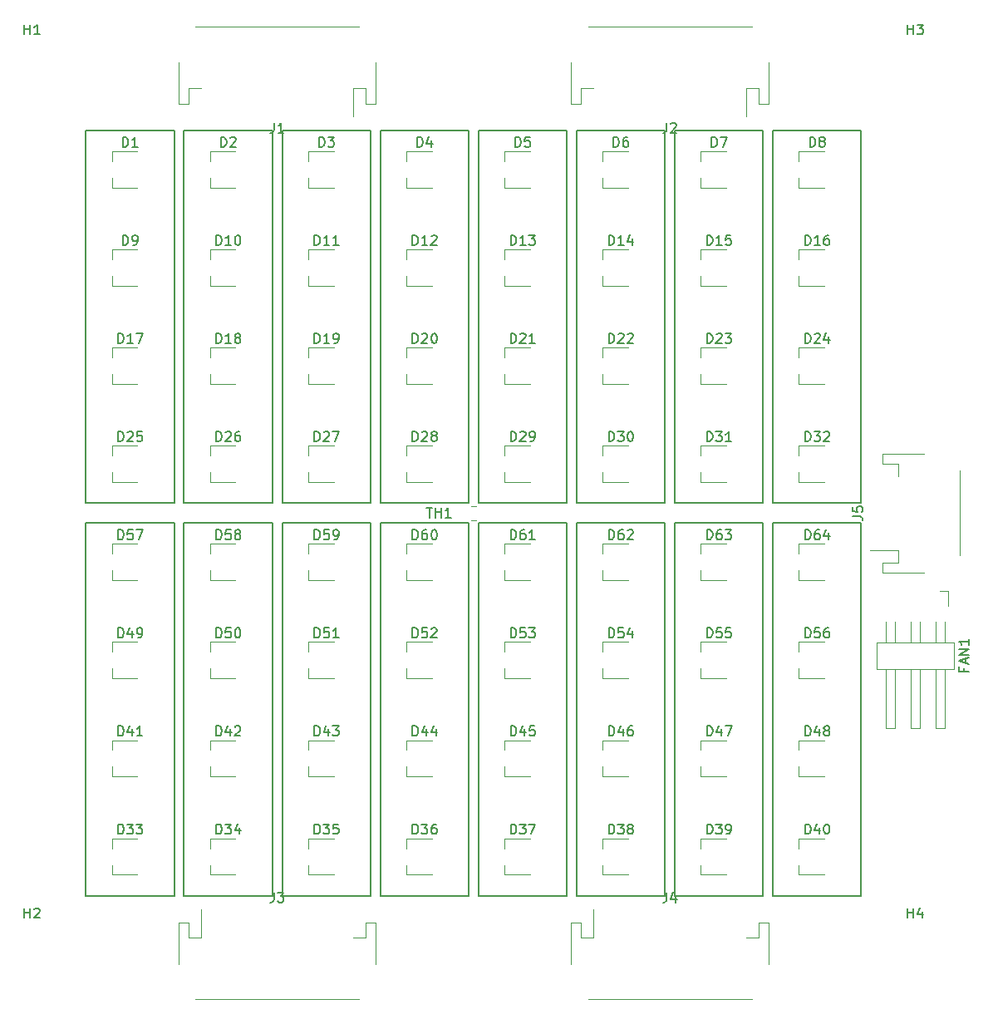
<source format=gbr>
G04 #@! TF.GenerationSoftware,KiCad,Pcbnew,(5.1.5)-3*
G04 #@! TF.CreationDate,2020-05-05T12:11:31+02:00*
G04 #@! TF.ProjectId,led_board,6c65645f-626f-4617-9264-2e6b69636164,rev?*
G04 #@! TF.SameCoordinates,Original*
G04 #@! TF.FileFunction,Legend,Top*
G04 #@! TF.FilePolarity,Positive*
%FSLAX46Y46*%
G04 Gerber Fmt 4.6, Leading zero omitted, Abs format (unit mm)*
G04 Created by KiCad (PCBNEW (5.1.5)-3) date 2020-05-05 12:11:31*
%MOMM*%
%LPD*%
G04 APERTURE LIST*
%ADD10C,0.200000*%
%ADD11C,0.120000*%
%ADD12C,0.150000*%
G04 APERTURE END LIST*
D10*
X280500000Y-111000000D02*
X289500000Y-111000000D01*
X270500000Y-111000000D02*
X279500000Y-111000000D01*
X260500000Y-111000000D02*
X269500000Y-111000000D01*
X250500000Y-111000000D02*
X259500000Y-111000000D01*
X240500000Y-111000000D02*
X249500000Y-111000000D01*
X230500000Y-111000000D02*
X239500000Y-111000000D01*
X220500000Y-111000000D02*
X229500000Y-111000000D01*
X210500000Y-111000000D02*
X219500000Y-111000000D01*
X280500000Y-71000000D02*
X289500000Y-71000000D01*
X270500000Y-71000000D02*
X279500000Y-71000000D01*
X260500000Y-71000000D02*
X269500000Y-71000000D01*
X250500000Y-71000000D02*
X259500000Y-71000000D01*
X240500000Y-71000000D02*
X249500000Y-71000000D01*
X230500000Y-71000000D02*
X239500000Y-71000000D01*
X220500000Y-71000000D02*
X229500000Y-71000000D01*
X289500000Y-149000000D02*
X280500000Y-149000000D01*
X279500000Y-149000000D02*
X270500000Y-149000000D01*
X269500000Y-149000000D02*
X260500000Y-149000000D01*
X259500000Y-149000000D02*
X250500000Y-149000000D01*
X249500000Y-149000000D02*
X240500000Y-149000000D01*
X239500000Y-149000000D02*
X230500000Y-149000000D01*
X229500000Y-149000000D02*
X220500000Y-149000000D01*
X219500000Y-149000000D02*
X210500000Y-149000000D01*
X289500000Y-109000000D02*
X280500000Y-109000000D01*
X279500000Y-109000000D02*
X270500000Y-109000000D01*
X269500000Y-109000000D02*
X260500000Y-109000000D01*
X259500000Y-109000000D02*
X250500000Y-109000000D01*
X249500000Y-109000000D02*
X240500000Y-109000000D01*
X239500000Y-109000000D02*
X230500000Y-109000000D01*
X229500000Y-109000000D02*
X220500000Y-109000000D01*
X280500000Y-149000000D02*
X280500000Y-111000000D01*
X270500000Y-149000000D02*
X270500000Y-111000000D01*
X260500000Y-149000000D02*
X260500000Y-111000000D01*
X250500000Y-149000000D02*
X250500000Y-111000000D01*
X240500000Y-149000000D02*
X240500000Y-111000000D01*
X230500000Y-149000000D02*
X230500000Y-111000000D01*
X220500000Y-149000000D02*
X220500000Y-111000000D01*
X210500000Y-149000000D02*
X210500000Y-111000000D01*
X280500000Y-109000000D02*
X280500000Y-71000000D01*
X270500000Y-109000000D02*
X270500000Y-71000000D01*
X260500000Y-109000000D02*
X260500000Y-71000000D01*
X250500000Y-109000000D02*
X250500000Y-71000000D01*
X240500000Y-109000000D02*
X240500000Y-71000000D01*
X230500000Y-109000000D02*
X230500000Y-71000000D01*
X220500000Y-109000000D02*
X220500000Y-71000000D01*
X289500000Y-111000000D02*
X289500000Y-149000000D01*
X279500000Y-111000000D02*
X279500000Y-149000000D01*
X269500000Y-111000000D02*
X269500000Y-149000000D01*
X259500000Y-111000000D02*
X259500000Y-149000000D01*
X249500000Y-111000000D02*
X249500000Y-149000000D01*
X239500000Y-111000000D02*
X239500000Y-149000000D01*
X229500000Y-111000000D02*
X229500000Y-149000000D01*
X219500000Y-111000000D02*
X219500000Y-149000000D01*
X289500000Y-71000000D02*
X289500000Y-109000000D01*
X279500000Y-71000000D02*
X279500000Y-109000000D01*
X269500000Y-71000000D02*
X269500000Y-109000000D01*
X259500000Y-71000000D02*
X259500000Y-109000000D01*
X249500000Y-71000000D02*
X249500000Y-109000000D01*
X239500000Y-71000000D02*
X239500000Y-109000000D01*
X229500000Y-71000000D02*
X229500000Y-109000000D01*
X210500000Y-109000000D02*
X210500000Y-71000000D01*
X219500000Y-109000000D02*
X210500000Y-109000000D01*
X219500000Y-71000000D02*
X219500000Y-109000000D01*
X210500000Y-71000000D02*
X219500000Y-71000000D01*
D11*
X299510000Y-114340000D02*
X299510000Y-105660000D01*
X293290000Y-104960000D02*
X293290000Y-106240000D01*
X291690000Y-104960000D02*
X293290000Y-104960000D01*
X291690000Y-103940000D02*
X291690000Y-104960000D01*
X295940000Y-103940000D02*
X291690000Y-103940000D01*
X293290000Y-113760000D02*
X290400000Y-113760000D01*
X293290000Y-115040000D02*
X293290000Y-113760000D01*
X291690000Y-115040000D02*
X293290000Y-115040000D01*
X291690000Y-116060000D02*
X291690000Y-115040000D01*
X295940000Y-116060000D02*
X291690000Y-116060000D01*
X298360000Y-117905000D02*
X298360000Y-119475000D01*
X297540000Y-117905000D02*
X298360000Y-117905000D01*
X292020000Y-131895000D02*
X292020000Y-125895000D01*
X292900000Y-131895000D02*
X292020000Y-131895000D01*
X292900000Y-125895000D02*
X292900000Y-131895000D01*
X292020000Y-121045000D02*
X292020000Y-123155000D01*
X292900000Y-121045000D02*
X292900000Y-123155000D01*
X294560000Y-131895000D02*
X294560000Y-125895000D01*
X295440000Y-131895000D02*
X294560000Y-131895000D01*
X295440000Y-125895000D02*
X295440000Y-131895000D01*
X294560000Y-121045000D02*
X294560000Y-123155000D01*
X295440000Y-121045000D02*
X295440000Y-123155000D01*
X297100000Y-131895000D02*
X297100000Y-125895000D01*
X297980000Y-131895000D02*
X297100000Y-131895000D01*
X297980000Y-125895000D02*
X297980000Y-131895000D01*
X297100000Y-121045000D02*
X297100000Y-123155000D01*
X297980000Y-121045000D02*
X297980000Y-123155000D01*
X291070000Y-123155000D02*
X298930000Y-123155000D01*
X291070000Y-125895000D02*
X291070000Y-123155000D01*
X298930000Y-125895000D02*
X291070000Y-125895000D01*
X298930000Y-123155000D02*
X298930000Y-125895000D01*
X261660000Y-159510000D02*
X278340000Y-159510000D01*
X279040000Y-153290000D02*
X277760000Y-153290000D01*
X279040000Y-151690000D02*
X279040000Y-153290000D01*
X280060000Y-151690000D02*
X279040000Y-151690000D01*
X280060000Y-155940000D02*
X280060000Y-151690000D01*
X262240000Y-153290000D02*
X262240000Y-150400000D01*
X260960000Y-153290000D02*
X262240000Y-153290000D01*
X260960000Y-151690000D02*
X260960000Y-153290000D01*
X259940000Y-151690000D02*
X260960000Y-151690000D01*
X259940000Y-155940000D02*
X259940000Y-151690000D01*
X221660000Y-159510000D02*
X238340000Y-159510000D01*
X239040000Y-153290000D02*
X237760000Y-153290000D01*
X239040000Y-151690000D02*
X239040000Y-153290000D01*
X240060000Y-151690000D02*
X239040000Y-151690000D01*
X240060000Y-155940000D02*
X240060000Y-151690000D01*
X222240000Y-153290000D02*
X222240000Y-150400000D01*
X220960000Y-153290000D02*
X222240000Y-153290000D01*
X220960000Y-151690000D02*
X220960000Y-153290000D01*
X219940000Y-151690000D02*
X220960000Y-151690000D01*
X219940000Y-155940000D02*
X219940000Y-151690000D01*
X278340000Y-60490000D02*
X261660000Y-60490000D01*
X260960000Y-66710000D02*
X262240000Y-66710000D01*
X260960000Y-68310000D02*
X260960000Y-66710000D01*
X259940000Y-68310000D02*
X260960000Y-68310000D01*
X259940000Y-64060000D02*
X259940000Y-68310000D01*
X277760000Y-66710000D02*
X277760000Y-69600000D01*
X279040000Y-66710000D02*
X277760000Y-66710000D01*
X279040000Y-68310000D02*
X279040000Y-66710000D01*
X280060000Y-68310000D02*
X279040000Y-68310000D01*
X280060000Y-64060000D02*
X280060000Y-68310000D01*
X238340000Y-60490000D02*
X221660000Y-60490000D01*
X220960000Y-66710000D02*
X222240000Y-66710000D01*
X220960000Y-68310000D02*
X220960000Y-66710000D01*
X219940000Y-68310000D02*
X220960000Y-68310000D01*
X219940000Y-64060000D02*
X219940000Y-68310000D01*
X237760000Y-66710000D02*
X237760000Y-69600000D01*
X239040000Y-66710000D02*
X237760000Y-66710000D01*
X239040000Y-68310000D02*
X239040000Y-66710000D01*
X240060000Y-68310000D02*
X239040000Y-68310000D01*
X240060000Y-64060000D02*
X240060000Y-68310000D01*
X215750000Y-73150000D02*
X213150000Y-73150000D01*
X213150000Y-73150000D02*
X213150000Y-74150000D01*
X215750000Y-76850000D02*
X213150000Y-76850000D01*
X213150000Y-76850000D02*
X213150000Y-75850000D01*
X223150000Y-76850000D02*
X223150000Y-75850000D01*
X225750000Y-76850000D02*
X223150000Y-76850000D01*
X223150000Y-73150000D02*
X223150000Y-74150000D01*
X225750000Y-73150000D02*
X223150000Y-73150000D01*
X233150000Y-76850000D02*
X233150000Y-75850000D01*
X235750000Y-76850000D02*
X233150000Y-76850000D01*
X233150000Y-73150000D02*
X233150000Y-74150000D01*
X235750000Y-73150000D02*
X233150000Y-73150000D01*
X243150000Y-76850000D02*
X243150000Y-75850000D01*
X245750000Y-76850000D02*
X243150000Y-76850000D01*
X243150000Y-73150000D02*
X243150000Y-74150000D01*
X245750000Y-73150000D02*
X243150000Y-73150000D01*
X255750000Y-73150000D02*
X253150000Y-73150000D01*
X253150000Y-73150000D02*
X253150000Y-74150000D01*
X255750000Y-76850000D02*
X253150000Y-76850000D01*
X253150000Y-76850000D02*
X253150000Y-75850000D01*
X263150000Y-76850000D02*
X263150000Y-75850000D01*
X265750000Y-76850000D02*
X263150000Y-76850000D01*
X263150000Y-73150000D02*
X263150000Y-74150000D01*
X265750000Y-73150000D02*
X263150000Y-73150000D01*
X273150000Y-76850000D02*
X273150000Y-75850000D01*
X275750000Y-76850000D02*
X273150000Y-76850000D01*
X273150000Y-73150000D02*
X273150000Y-74150000D01*
X275750000Y-73150000D02*
X273150000Y-73150000D01*
X283150000Y-76850000D02*
X283150000Y-75850000D01*
X285750000Y-76850000D02*
X283150000Y-76850000D01*
X283150000Y-73150000D02*
X283150000Y-74150000D01*
X285750000Y-73150000D02*
X283150000Y-73150000D01*
X215750000Y-83150000D02*
X213150000Y-83150000D01*
X213150000Y-83150000D02*
X213150000Y-84150000D01*
X215750000Y-86850000D02*
X213150000Y-86850000D01*
X213150000Y-86850000D02*
X213150000Y-85850000D01*
X225750000Y-83150000D02*
X223150000Y-83150000D01*
X223150000Y-83150000D02*
X223150000Y-84150000D01*
X225750000Y-86850000D02*
X223150000Y-86850000D01*
X223150000Y-86850000D02*
X223150000Y-85850000D01*
X235750000Y-83150000D02*
X233150000Y-83150000D01*
X233150000Y-83150000D02*
X233150000Y-84150000D01*
X235750000Y-86850000D02*
X233150000Y-86850000D01*
X233150000Y-86850000D02*
X233150000Y-85850000D01*
X245750000Y-83150000D02*
X243150000Y-83150000D01*
X243150000Y-83150000D02*
X243150000Y-84150000D01*
X245750000Y-86850000D02*
X243150000Y-86850000D01*
X243150000Y-86850000D02*
X243150000Y-85850000D01*
X253150000Y-86850000D02*
X253150000Y-85850000D01*
X255750000Y-86850000D02*
X253150000Y-86850000D01*
X253150000Y-83150000D02*
X253150000Y-84150000D01*
X255750000Y-83150000D02*
X253150000Y-83150000D01*
X265750000Y-83150000D02*
X263150000Y-83150000D01*
X263150000Y-83150000D02*
X263150000Y-84150000D01*
X265750000Y-86850000D02*
X263150000Y-86850000D01*
X263150000Y-86850000D02*
X263150000Y-85850000D01*
X275750000Y-83150000D02*
X273150000Y-83150000D01*
X273150000Y-83150000D02*
X273150000Y-84150000D01*
X275750000Y-86850000D02*
X273150000Y-86850000D01*
X273150000Y-86850000D02*
X273150000Y-85850000D01*
X285750000Y-83150000D02*
X283150000Y-83150000D01*
X283150000Y-83150000D02*
X283150000Y-84150000D01*
X285750000Y-86850000D02*
X283150000Y-86850000D01*
X283150000Y-86850000D02*
X283150000Y-85850000D01*
X213150000Y-96850000D02*
X213150000Y-95850000D01*
X215750000Y-96850000D02*
X213150000Y-96850000D01*
X213150000Y-93150000D02*
X213150000Y-94150000D01*
X215750000Y-93150000D02*
X213150000Y-93150000D01*
X223150000Y-96850000D02*
X223150000Y-95850000D01*
X225750000Y-96850000D02*
X223150000Y-96850000D01*
X223150000Y-93150000D02*
X223150000Y-94150000D01*
X225750000Y-93150000D02*
X223150000Y-93150000D01*
X233150000Y-96850000D02*
X233150000Y-95850000D01*
X235750000Y-96850000D02*
X233150000Y-96850000D01*
X233150000Y-93150000D02*
X233150000Y-94150000D01*
X235750000Y-93150000D02*
X233150000Y-93150000D01*
X243150000Y-96850000D02*
X243150000Y-95850000D01*
X245750000Y-96850000D02*
X243150000Y-96850000D01*
X243150000Y-93150000D02*
X243150000Y-94150000D01*
X245750000Y-93150000D02*
X243150000Y-93150000D01*
X253150000Y-96850000D02*
X253150000Y-95850000D01*
X255750000Y-96850000D02*
X253150000Y-96850000D01*
X253150000Y-93150000D02*
X253150000Y-94150000D01*
X255750000Y-93150000D02*
X253150000Y-93150000D01*
X263150000Y-96850000D02*
X263150000Y-95850000D01*
X265750000Y-96850000D02*
X263150000Y-96850000D01*
X263150000Y-93150000D02*
X263150000Y-94150000D01*
X265750000Y-93150000D02*
X263150000Y-93150000D01*
X273150000Y-96850000D02*
X273150000Y-95850000D01*
X275750000Y-96850000D02*
X273150000Y-96850000D01*
X273150000Y-93150000D02*
X273150000Y-94150000D01*
X275750000Y-93150000D02*
X273150000Y-93150000D01*
X283150000Y-96850000D02*
X283150000Y-95850000D01*
X285750000Y-96850000D02*
X283150000Y-96850000D01*
X283150000Y-93150000D02*
X283150000Y-94150000D01*
X285750000Y-93150000D02*
X283150000Y-93150000D01*
X215750000Y-103150000D02*
X213150000Y-103150000D01*
X213150000Y-103150000D02*
X213150000Y-104150000D01*
X215750000Y-106850000D02*
X213150000Y-106850000D01*
X213150000Y-106850000D02*
X213150000Y-105850000D01*
X225750000Y-103150000D02*
X223150000Y-103150000D01*
X223150000Y-103150000D02*
X223150000Y-104150000D01*
X225750000Y-106850000D02*
X223150000Y-106850000D01*
X223150000Y-106850000D02*
X223150000Y-105850000D01*
X235750000Y-103150000D02*
X233150000Y-103150000D01*
X233150000Y-103150000D02*
X233150000Y-104150000D01*
X235750000Y-106850000D02*
X233150000Y-106850000D01*
X233150000Y-106850000D02*
X233150000Y-105850000D01*
X245750000Y-103150000D02*
X243150000Y-103150000D01*
X243150000Y-103150000D02*
X243150000Y-104150000D01*
X245750000Y-106850000D02*
X243150000Y-106850000D01*
X243150000Y-106850000D02*
X243150000Y-105850000D01*
X255750000Y-103150000D02*
X253150000Y-103150000D01*
X253150000Y-103150000D02*
X253150000Y-104150000D01*
X255750000Y-106850000D02*
X253150000Y-106850000D01*
X253150000Y-106850000D02*
X253150000Y-105850000D01*
X265750000Y-103150000D02*
X263150000Y-103150000D01*
X263150000Y-103150000D02*
X263150000Y-104150000D01*
X265750000Y-106850000D02*
X263150000Y-106850000D01*
X263150000Y-106850000D02*
X263150000Y-105850000D01*
X275750000Y-103150000D02*
X273150000Y-103150000D01*
X273150000Y-103150000D02*
X273150000Y-104150000D01*
X275750000Y-106850000D02*
X273150000Y-106850000D01*
X273150000Y-106850000D02*
X273150000Y-105850000D01*
X283150000Y-106850000D02*
X283150000Y-105850000D01*
X285750000Y-106850000D02*
X283150000Y-106850000D01*
X283150000Y-103150000D02*
X283150000Y-104150000D01*
X285750000Y-103150000D02*
X283150000Y-103150000D01*
X215750000Y-143150000D02*
X213150000Y-143150000D01*
X213150000Y-143150000D02*
X213150000Y-144150000D01*
X215750000Y-146850000D02*
X213150000Y-146850000D01*
X213150000Y-146850000D02*
X213150000Y-145850000D01*
X223150000Y-146850000D02*
X223150000Y-145850000D01*
X225750000Y-146850000D02*
X223150000Y-146850000D01*
X223150000Y-143150000D02*
X223150000Y-144150000D01*
X225750000Y-143150000D02*
X223150000Y-143150000D01*
X233150000Y-146850000D02*
X233150000Y-145850000D01*
X235750000Y-146850000D02*
X233150000Y-146850000D01*
X233150000Y-143150000D02*
X233150000Y-144150000D01*
X235750000Y-143150000D02*
X233150000Y-143150000D01*
X243150000Y-146850000D02*
X243150000Y-145850000D01*
X245750000Y-146850000D02*
X243150000Y-146850000D01*
X243150000Y-143150000D02*
X243150000Y-144150000D01*
X245750000Y-143150000D02*
X243150000Y-143150000D01*
X253150000Y-146850000D02*
X253150000Y-145850000D01*
X255750000Y-146850000D02*
X253150000Y-146850000D01*
X253150000Y-143150000D02*
X253150000Y-144150000D01*
X255750000Y-143150000D02*
X253150000Y-143150000D01*
X263150000Y-146850000D02*
X263150000Y-145850000D01*
X265750000Y-146850000D02*
X263150000Y-146850000D01*
X263150000Y-143150000D02*
X263150000Y-144150000D01*
X265750000Y-143150000D02*
X263150000Y-143150000D01*
X273150000Y-146850000D02*
X273150000Y-145850000D01*
X275750000Y-146850000D02*
X273150000Y-146850000D01*
X273150000Y-143150000D02*
X273150000Y-144150000D01*
X275750000Y-143150000D02*
X273150000Y-143150000D01*
X283150000Y-146850000D02*
X283150000Y-145850000D01*
X285750000Y-146850000D02*
X283150000Y-146850000D01*
X283150000Y-143150000D02*
X283150000Y-144150000D01*
X285750000Y-143150000D02*
X283150000Y-143150000D01*
X215750000Y-133150000D02*
X213150000Y-133150000D01*
X213150000Y-133150000D02*
X213150000Y-134150000D01*
X215750000Y-136850000D02*
X213150000Y-136850000D01*
X213150000Y-136850000D02*
X213150000Y-135850000D01*
X225750000Y-133150000D02*
X223150000Y-133150000D01*
X223150000Y-133150000D02*
X223150000Y-134150000D01*
X225750000Y-136850000D02*
X223150000Y-136850000D01*
X223150000Y-136850000D02*
X223150000Y-135850000D01*
X235750000Y-133150000D02*
X233150000Y-133150000D01*
X233150000Y-133150000D02*
X233150000Y-134150000D01*
X235750000Y-136850000D02*
X233150000Y-136850000D01*
X233150000Y-136850000D02*
X233150000Y-135850000D01*
X245750000Y-133150000D02*
X243150000Y-133150000D01*
X243150000Y-133150000D02*
X243150000Y-134150000D01*
X245750000Y-136850000D02*
X243150000Y-136850000D01*
X243150000Y-136850000D02*
X243150000Y-135850000D01*
X255750000Y-133150000D02*
X253150000Y-133150000D01*
X253150000Y-133150000D02*
X253150000Y-134150000D01*
X255750000Y-136850000D02*
X253150000Y-136850000D01*
X253150000Y-136850000D02*
X253150000Y-135850000D01*
X265750000Y-133150000D02*
X263150000Y-133150000D01*
X263150000Y-133150000D02*
X263150000Y-134150000D01*
X265750000Y-136850000D02*
X263150000Y-136850000D01*
X263150000Y-136850000D02*
X263150000Y-135850000D01*
X275750000Y-133150000D02*
X273150000Y-133150000D01*
X273150000Y-133150000D02*
X273150000Y-134150000D01*
X275750000Y-136850000D02*
X273150000Y-136850000D01*
X273150000Y-136850000D02*
X273150000Y-135850000D01*
X285750000Y-133150000D02*
X283150000Y-133150000D01*
X283150000Y-133150000D02*
X283150000Y-134150000D01*
X285750000Y-136850000D02*
X283150000Y-136850000D01*
X283150000Y-136850000D02*
X283150000Y-135850000D01*
X213150000Y-126850000D02*
X213150000Y-125850000D01*
X215750000Y-126850000D02*
X213150000Y-126850000D01*
X213150000Y-123150000D02*
X213150000Y-124150000D01*
X215750000Y-123150000D02*
X213150000Y-123150000D01*
X223150000Y-126850000D02*
X223150000Y-125850000D01*
X225750000Y-126850000D02*
X223150000Y-126850000D01*
X223150000Y-123150000D02*
X223150000Y-124150000D01*
X225750000Y-123150000D02*
X223150000Y-123150000D01*
X233150000Y-126850000D02*
X233150000Y-125850000D01*
X235750000Y-126850000D02*
X233150000Y-126850000D01*
X233150000Y-123150000D02*
X233150000Y-124150000D01*
X235750000Y-123150000D02*
X233150000Y-123150000D01*
X243150000Y-126850000D02*
X243150000Y-125850000D01*
X245750000Y-126850000D02*
X243150000Y-126850000D01*
X243150000Y-123150000D02*
X243150000Y-124150000D01*
X245750000Y-123150000D02*
X243150000Y-123150000D01*
X253150000Y-126850000D02*
X253150000Y-125850000D01*
X255750000Y-126850000D02*
X253150000Y-126850000D01*
X253150000Y-123150000D02*
X253150000Y-124150000D01*
X255750000Y-123150000D02*
X253150000Y-123150000D01*
X263150000Y-126850000D02*
X263150000Y-125850000D01*
X265750000Y-126850000D02*
X263150000Y-126850000D01*
X263150000Y-123150000D02*
X263150000Y-124150000D01*
X265750000Y-123150000D02*
X263150000Y-123150000D01*
X273150000Y-126850000D02*
X273150000Y-125850000D01*
X275750000Y-126850000D02*
X273150000Y-126850000D01*
X273150000Y-123150000D02*
X273150000Y-124150000D01*
X275750000Y-123150000D02*
X273150000Y-123150000D01*
X283150000Y-126850000D02*
X283150000Y-125850000D01*
X285750000Y-126850000D02*
X283150000Y-126850000D01*
X283150000Y-123150000D02*
X283150000Y-124150000D01*
X285750000Y-123150000D02*
X283150000Y-123150000D01*
X215750000Y-113150000D02*
X213150000Y-113150000D01*
X213150000Y-113150000D02*
X213150000Y-114150000D01*
X215750000Y-116850000D02*
X213150000Y-116850000D01*
X213150000Y-116850000D02*
X213150000Y-115850000D01*
X225750000Y-113150000D02*
X223150000Y-113150000D01*
X223150000Y-113150000D02*
X223150000Y-114150000D01*
X225750000Y-116850000D02*
X223150000Y-116850000D01*
X223150000Y-116850000D02*
X223150000Y-115850000D01*
X235750000Y-113150000D02*
X233150000Y-113150000D01*
X233150000Y-113150000D02*
X233150000Y-114150000D01*
X235750000Y-116850000D02*
X233150000Y-116850000D01*
X233150000Y-116850000D02*
X233150000Y-115850000D01*
X243150000Y-116850000D02*
X243150000Y-115850000D01*
X245750000Y-116850000D02*
X243150000Y-116850000D01*
X243150000Y-113150000D02*
X243150000Y-114150000D01*
X245750000Y-113150000D02*
X243150000Y-113150000D01*
X255750000Y-113150000D02*
X253150000Y-113150000D01*
X253150000Y-113150000D02*
X253150000Y-114150000D01*
X255750000Y-116850000D02*
X253150000Y-116850000D01*
X253150000Y-116850000D02*
X253150000Y-115850000D01*
X265750000Y-113150000D02*
X263150000Y-113150000D01*
X263150000Y-113150000D02*
X263150000Y-114150000D01*
X265750000Y-116850000D02*
X263150000Y-116850000D01*
X263150000Y-116850000D02*
X263150000Y-115850000D01*
X275750000Y-113150000D02*
X273150000Y-113150000D01*
X273150000Y-113150000D02*
X273150000Y-114150000D01*
X275750000Y-116850000D02*
X273150000Y-116850000D01*
X273150000Y-116850000D02*
X273150000Y-115850000D01*
X285750000Y-113150000D02*
X283150000Y-113150000D01*
X283150000Y-113150000D02*
X283150000Y-114150000D01*
X285750000Y-116850000D02*
X283150000Y-116850000D01*
X283150000Y-116850000D02*
X283150000Y-115850000D01*
X249741422Y-110710000D02*
X250258578Y-110710000D01*
X249741422Y-109290000D02*
X250258578Y-109290000D01*
D12*
X288652380Y-110333333D02*
X289366666Y-110333333D01*
X289509523Y-110380952D01*
X289604761Y-110476190D01*
X289652380Y-110619047D01*
X289652380Y-110714285D01*
X288652380Y-109380952D02*
X288652380Y-109857142D01*
X289128571Y-109904761D01*
X289080952Y-109857142D01*
X289033333Y-109761904D01*
X289033333Y-109523809D01*
X289080952Y-109428571D01*
X289128571Y-109380952D01*
X289223809Y-109333333D01*
X289461904Y-109333333D01*
X289557142Y-109380952D01*
X289604761Y-109428571D01*
X289652380Y-109523809D01*
X289652380Y-109761904D01*
X289604761Y-109857142D01*
X289557142Y-109904761D01*
X299938571Y-125805714D02*
X299938571Y-126139047D01*
X300462380Y-126139047D02*
X299462380Y-126139047D01*
X299462380Y-125662857D01*
X300176666Y-125329523D02*
X300176666Y-124853333D01*
X300462380Y-125424761D02*
X299462380Y-125091428D01*
X300462380Y-124758095D01*
X300462380Y-124424761D02*
X299462380Y-124424761D01*
X300462380Y-123853333D01*
X299462380Y-123853333D01*
X300462380Y-122853333D02*
X300462380Y-123424761D01*
X300462380Y-123139047D02*
X299462380Y-123139047D01*
X299605238Y-123234285D01*
X299700476Y-123329523D01*
X299748095Y-123424761D01*
X269666666Y-148652380D02*
X269666666Y-149366666D01*
X269619047Y-149509523D01*
X269523809Y-149604761D01*
X269380952Y-149652380D01*
X269285714Y-149652380D01*
X270571428Y-148985714D02*
X270571428Y-149652380D01*
X270333333Y-148604761D02*
X270095238Y-149319047D01*
X270714285Y-149319047D01*
X229666666Y-148652380D02*
X229666666Y-149366666D01*
X229619047Y-149509523D01*
X229523809Y-149604761D01*
X229380952Y-149652380D01*
X229285714Y-149652380D01*
X230047619Y-148652380D02*
X230666666Y-148652380D01*
X230333333Y-149033333D01*
X230476190Y-149033333D01*
X230571428Y-149080952D01*
X230619047Y-149128571D01*
X230666666Y-149223809D01*
X230666666Y-149461904D01*
X230619047Y-149557142D01*
X230571428Y-149604761D01*
X230476190Y-149652380D01*
X230190476Y-149652380D01*
X230095238Y-149604761D01*
X230047619Y-149557142D01*
X269666666Y-70252380D02*
X269666666Y-70966666D01*
X269619047Y-71109523D01*
X269523809Y-71204761D01*
X269380952Y-71252380D01*
X269285714Y-71252380D01*
X270095238Y-70347619D02*
X270142857Y-70300000D01*
X270238095Y-70252380D01*
X270476190Y-70252380D01*
X270571428Y-70300000D01*
X270619047Y-70347619D01*
X270666666Y-70442857D01*
X270666666Y-70538095D01*
X270619047Y-70680952D01*
X270047619Y-71252380D01*
X270666666Y-71252380D01*
X229666666Y-70252380D02*
X229666666Y-70966666D01*
X229619047Y-71109523D01*
X229523809Y-71204761D01*
X229380952Y-71252380D01*
X229285714Y-71252380D01*
X230666666Y-71252380D02*
X230095238Y-71252380D01*
X230380952Y-71252380D02*
X230380952Y-70252380D01*
X230285714Y-70395238D01*
X230190476Y-70490476D01*
X230095238Y-70538095D01*
X214261904Y-72702380D02*
X214261904Y-71702380D01*
X214500000Y-71702380D01*
X214642857Y-71750000D01*
X214738095Y-71845238D01*
X214785714Y-71940476D01*
X214833333Y-72130952D01*
X214833333Y-72273809D01*
X214785714Y-72464285D01*
X214738095Y-72559523D01*
X214642857Y-72654761D01*
X214500000Y-72702380D01*
X214261904Y-72702380D01*
X215785714Y-72702380D02*
X215214285Y-72702380D01*
X215500000Y-72702380D02*
X215500000Y-71702380D01*
X215404761Y-71845238D01*
X215309523Y-71940476D01*
X215214285Y-71988095D01*
X224261904Y-72702380D02*
X224261904Y-71702380D01*
X224500000Y-71702380D01*
X224642857Y-71750000D01*
X224738095Y-71845238D01*
X224785714Y-71940476D01*
X224833333Y-72130952D01*
X224833333Y-72273809D01*
X224785714Y-72464285D01*
X224738095Y-72559523D01*
X224642857Y-72654761D01*
X224500000Y-72702380D01*
X224261904Y-72702380D01*
X225214285Y-71797619D02*
X225261904Y-71750000D01*
X225357142Y-71702380D01*
X225595238Y-71702380D01*
X225690476Y-71750000D01*
X225738095Y-71797619D01*
X225785714Y-71892857D01*
X225785714Y-71988095D01*
X225738095Y-72130952D01*
X225166666Y-72702380D01*
X225785714Y-72702380D01*
X234261904Y-72702380D02*
X234261904Y-71702380D01*
X234500000Y-71702380D01*
X234642857Y-71750000D01*
X234738095Y-71845238D01*
X234785714Y-71940476D01*
X234833333Y-72130952D01*
X234833333Y-72273809D01*
X234785714Y-72464285D01*
X234738095Y-72559523D01*
X234642857Y-72654761D01*
X234500000Y-72702380D01*
X234261904Y-72702380D01*
X235166666Y-71702380D02*
X235785714Y-71702380D01*
X235452380Y-72083333D01*
X235595238Y-72083333D01*
X235690476Y-72130952D01*
X235738095Y-72178571D01*
X235785714Y-72273809D01*
X235785714Y-72511904D01*
X235738095Y-72607142D01*
X235690476Y-72654761D01*
X235595238Y-72702380D01*
X235309523Y-72702380D01*
X235214285Y-72654761D01*
X235166666Y-72607142D01*
X244261904Y-72702380D02*
X244261904Y-71702380D01*
X244500000Y-71702380D01*
X244642857Y-71750000D01*
X244738095Y-71845238D01*
X244785714Y-71940476D01*
X244833333Y-72130952D01*
X244833333Y-72273809D01*
X244785714Y-72464285D01*
X244738095Y-72559523D01*
X244642857Y-72654761D01*
X244500000Y-72702380D01*
X244261904Y-72702380D01*
X245690476Y-72035714D02*
X245690476Y-72702380D01*
X245452380Y-71654761D02*
X245214285Y-72369047D01*
X245833333Y-72369047D01*
X254261904Y-72702380D02*
X254261904Y-71702380D01*
X254500000Y-71702380D01*
X254642857Y-71750000D01*
X254738095Y-71845238D01*
X254785714Y-71940476D01*
X254833333Y-72130952D01*
X254833333Y-72273809D01*
X254785714Y-72464285D01*
X254738095Y-72559523D01*
X254642857Y-72654761D01*
X254500000Y-72702380D01*
X254261904Y-72702380D01*
X255738095Y-71702380D02*
X255261904Y-71702380D01*
X255214285Y-72178571D01*
X255261904Y-72130952D01*
X255357142Y-72083333D01*
X255595238Y-72083333D01*
X255690476Y-72130952D01*
X255738095Y-72178571D01*
X255785714Y-72273809D01*
X255785714Y-72511904D01*
X255738095Y-72607142D01*
X255690476Y-72654761D01*
X255595238Y-72702380D01*
X255357142Y-72702380D01*
X255261904Y-72654761D01*
X255214285Y-72607142D01*
X264261904Y-72702380D02*
X264261904Y-71702380D01*
X264500000Y-71702380D01*
X264642857Y-71750000D01*
X264738095Y-71845238D01*
X264785714Y-71940476D01*
X264833333Y-72130952D01*
X264833333Y-72273809D01*
X264785714Y-72464285D01*
X264738095Y-72559523D01*
X264642857Y-72654761D01*
X264500000Y-72702380D01*
X264261904Y-72702380D01*
X265690476Y-71702380D02*
X265500000Y-71702380D01*
X265404761Y-71750000D01*
X265357142Y-71797619D01*
X265261904Y-71940476D01*
X265214285Y-72130952D01*
X265214285Y-72511904D01*
X265261904Y-72607142D01*
X265309523Y-72654761D01*
X265404761Y-72702380D01*
X265595238Y-72702380D01*
X265690476Y-72654761D01*
X265738095Y-72607142D01*
X265785714Y-72511904D01*
X265785714Y-72273809D01*
X265738095Y-72178571D01*
X265690476Y-72130952D01*
X265595238Y-72083333D01*
X265404761Y-72083333D01*
X265309523Y-72130952D01*
X265261904Y-72178571D01*
X265214285Y-72273809D01*
X274261904Y-72702380D02*
X274261904Y-71702380D01*
X274500000Y-71702380D01*
X274642857Y-71750000D01*
X274738095Y-71845238D01*
X274785714Y-71940476D01*
X274833333Y-72130952D01*
X274833333Y-72273809D01*
X274785714Y-72464285D01*
X274738095Y-72559523D01*
X274642857Y-72654761D01*
X274500000Y-72702380D01*
X274261904Y-72702380D01*
X275166666Y-71702380D02*
X275833333Y-71702380D01*
X275404761Y-72702380D01*
X284261904Y-72702380D02*
X284261904Y-71702380D01*
X284500000Y-71702380D01*
X284642857Y-71750000D01*
X284738095Y-71845238D01*
X284785714Y-71940476D01*
X284833333Y-72130952D01*
X284833333Y-72273809D01*
X284785714Y-72464285D01*
X284738095Y-72559523D01*
X284642857Y-72654761D01*
X284500000Y-72702380D01*
X284261904Y-72702380D01*
X285404761Y-72130952D02*
X285309523Y-72083333D01*
X285261904Y-72035714D01*
X285214285Y-71940476D01*
X285214285Y-71892857D01*
X285261904Y-71797619D01*
X285309523Y-71750000D01*
X285404761Y-71702380D01*
X285595238Y-71702380D01*
X285690476Y-71750000D01*
X285738095Y-71797619D01*
X285785714Y-71892857D01*
X285785714Y-71940476D01*
X285738095Y-72035714D01*
X285690476Y-72083333D01*
X285595238Y-72130952D01*
X285404761Y-72130952D01*
X285309523Y-72178571D01*
X285261904Y-72226190D01*
X285214285Y-72321428D01*
X285214285Y-72511904D01*
X285261904Y-72607142D01*
X285309523Y-72654761D01*
X285404761Y-72702380D01*
X285595238Y-72702380D01*
X285690476Y-72654761D01*
X285738095Y-72607142D01*
X285785714Y-72511904D01*
X285785714Y-72321428D01*
X285738095Y-72226190D01*
X285690476Y-72178571D01*
X285595238Y-72130952D01*
X214261904Y-82702380D02*
X214261904Y-81702380D01*
X214500000Y-81702380D01*
X214642857Y-81750000D01*
X214738095Y-81845238D01*
X214785714Y-81940476D01*
X214833333Y-82130952D01*
X214833333Y-82273809D01*
X214785714Y-82464285D01*
X214738095Y-82559523D01*
X214642857Y-82654761D01*
X214500000Y-82702380D01*
X214261904Y-82702380D01*
X215309523Y-82702380D02*
X215500000Y-82702380D01*
X215595238Y-82654761D01*
X215642857Y-82607142D01*
X215738095Y-82464285D01*
X215785714Y-82273809D01*
X215785714Y-81892857D01*
X215738095Y-81797619D01*
X215690476Y-81750000D01*
X215595238Y-81702380D01*
X215404761Y-81702380D01*
X215309523Y-81750000D01*
X215261904Y-81797619D01*
X215214285Y-81892857D01*
X215214285Y-82130952D01*
X215261904Y-82226190D01*
X215309523Y-82273809D01*
X215404761Y-82321428D01*
X215595238Y-82321428D01*
X215690476Y-82273809D01*
X215738095Y-82226190D01*
X215785714Y-82130952D01*
X223785714Y-82702380D02*
X223785714Y-81702380D01*
X224023809Y-81702380D01*
X224166666Y-81750000D01*
X224261904Y-81845238D01*
X224309523Y-81940476D01*
X224357142Y-82130952D01*
X224357142Y-82273809D01*
X224309523Y-82464285D01*
X224261904Y-82559523D01*
X224166666Y-82654761D01*
X224023809Y-82702380D01*
X223785714Y-82702380D01*
X225309523Y-82702380D02*
X224738095Y-82702380D01*
X225023809Y-82702380D02*
X225023809Y-81702380D01*
X224928571Y-81845238D01*
X224833333Y-81940476D01*
X224738095Y-81988095D01*
X225928571Y-81702380D02*
X226023809Y-81702380D01*
X226119047Y-81750000D01*
X226166666Y-81797619D01*
X226214285Y-81892857D01*
X226261904Y-82083333D01*
X226261904Y-82321428D01*
X226214285Y-82511904D01*
X226166666Y-82607142D01*
X226119047Y-82654761D01*
X226023809Y-82702380D01*
X225928571Y-82702380D01*
X225833333Y-82654761D01*
X225785714Y-82607142D01*
X225738095Y-82511904D01*
X225690476Y-82321428D01*
X225690476Y-82083333D01*
X225738095Y-81892857D01*
X225785714Y-81797619D01*
X225833333Y-81750000D01*
X225928571Y-81702380D01*
X233785714Y-82702380D02*
X233785714Y-81702380D01*
X234023809Y-81702380D01*
X234166666Y-81750000D01*
X234261904Y-81845238D01*
X234309523Y-81940476D01*
X234357142Y-82130952D01*
X234357142Y-82273809D01*
X234309523Y-82464285D01*
X234261904Y-82559523D01*
X234166666Y-82654761D01*
X234023809Y-82702380D01*
X233785714Y-82702380D01*
X235309523Y-82702380D02*
X234738095Y-82702380D01*
X235023809Y-82702380D02*
X235023809Y-81702380D01*
X234928571Y-81845238D01*
X234833333Y-81940476D01*
X234738095Y-81988095D01*
X236261904Y-82702380D02*
X235690476Y-82702380D01*
X235976190Y-82702380D02*
X235976190Y-81702380D01*
X235880952Y-81845238D01*
X235785714Y-81940476D01*
X235690476Y-81988095D01*
X243785714Y-82702380D02*
X243785714Y-81702380D01*
X244023809Y-81702380D01*
X244166666Y-81750000D01*
X244261904Y-81845238D01*
X244309523Y-81940476D01*
X244357142Y-82130952D01*
X244357142Y-82273809D01*
X244309523Y-82464285D01*
X244261904Y-82559523D01*
X244166666Y-82654761D01*
X244023809Y-82702380D01*
X243785714Y-82702380D01*
X245309523Y-82702380D02*
X244738095Y-82702380D01*
X245023809Y-82702380D02*
X245023809Y-81702380D01*
X244928571Y-81845238D01*
X244833333Y-81940476D01*
X244738095Y-81988095D01*
X245690476Y-81797619D02*
X245738095Y-81750000D01*
X245833333Y-81702380D01*
X246071428Y-81702380D01*
X246166666Y-81750000D01*
X246214285Y-81797619D01*
X246261904Y-81892857D01*
X246261904Y-81988095D01*
X246214285Y-82130952D01*
X245642857Y-82702380D01*
X246261904Y-82702380D01*
X253785714Y-82702380D02*
X253785714Y-81702380D01*
X254023809Y-81702380D01*
X254166666Y-81750000D01*
X254261904Y-81845238D01*
X254309523Y-81940476D01*
X254357142Y-82130952D01*
X254357142Y-82273809D01*
X254309523Y-82464285D01*
X254261904Y-82559523D01*
X254166666Y-82654761D01*
X254023809Y-82702380D01*
X253785714Y-82702380D01*
X255309523Y-82702380D02*
X254738095Y-82702380D01*
X255023809Y-82702380D02*
X255023809Y-81702380D01*
X254928571Y-81845238D01*
X254833333Y-81940476D01*
X254738095Y-81988095D01*
X255642857Y-81702380D02*
X256261904Y-81702380D01*
X255928571Y-82083333D01*
X256071428Y-82083333D01*
X256166666Y-82130952D01*
X256214285Y-82178571D01*
X256261904Y-82273809D01*
X256261904Y-82511904D01*
X256214285Y-82607142D01*
X256166666Y-82654761D01*
X256071428Y-82702380D01*
X255785714Y-82702380D01*
X255690476Y-82654761D01*
X255642857Y-82607142D01*
X263785714Y-82702380D02*
X263785714Y-81702380D01*
X264023809Y-81702380D01*
X264166666Y-81750000D01*
X264261904Y-81845238D01*
X264309523Y-81940476D01*
X264357142Y-82130952D01*
X264357142Y-82273809D01*
X264309523Y-82464285D01*
X264261904Y-82559523D01*
X264166666Y-82654761D01*
X264023809Y-82702380D01*
X263785714Y-82702380D01*
X265309523Y-82702380D02*
X264738095Y-82702380D01*
X265023809Y-82702380D02*
X265023809Y-81702380D01*
X264928571Y-81845238D01*
X264833333Y-81940476D01*
X264738095Y-81988095D01*
X266166666Y-82035714D02*
X266166666Y-82702380D01*
X265928571Y-81654761D02*
X265690476Y-82369047D01*
X266309523Y-82369047D01*
X273785714Y-82702380D02*
X273785714Y-81702380D01*
X274023809Y-81702380D01*
X274166666Y-81750000D01*
X274261904Y-81845238D01*
X274309523Y-81940476D01*
X274357142Y-82130952D01*
X274357142Y-82273809D01*
X274309523Y-82464285D01*
X274261904Y-82559523D01*
X274166666Y-82654761D01*
X274023809Y-82702380D01*
X273785714Y-82702380D01*
X275309523Y-82702380D02*
X274738095Y-82702380D01*
X275023809Y-82702380D02*
X275023809Y-81702380D01*
X274928571Y-81845238D01*
X274833333Y-81940476D01*
X274738095Y-81988095D01*
X276214285Y-81702380D02*
X275738095Y-81702380D01*
X275690476Y-82178571D01*
X275738095Y-82130952D01*
X275833333Y-82083333D01*
X276071428Y-82083333D01*
X276166666Y-82130952D01*
X276214285Y-82178571D01*
X276261904Y-82273809D01*
X276261904Y-82511904D01*
X276214285Y-82607142D01*
X276166666Y-82654761D01*
X276071428Y-82702380D01*
X275833333Y-82702380D01*
X275738095Y-82654761D01*
X275690476Y-82607142D01*
X283785714Y-82702380D02*
X283785714Y-81702380D01*
X284023809Y-81702380D01*
X284166666Y-81750000D01*
X284261904Y-81845238D01*
X284309523Y-81940476D01*
X284357142Y-82130952D01*
X284357142Y-82273809D01*
X284309523Y-82464285D01*
X284261904Y-82559523D01*
X284166666Y-82654761D01*
X284023809Y-82702380D01*
X283785714Y-82702380D01*
X285309523Y-82702380D02*
X284738095Y-82702380D01*
X285023809Y-82702380D02*
X285023809Y-81702380D01*
X284928571Y-81845238D01*
X284833333Y-81940476D01*
X284738095Y-81988095D01*
X286166666Y-81702380D02*
X285976190Y-81702380D01*
X285880952Y-81750000D01*
X285833333Y-81797619D01*
X285738095Y-81940476D01*
X285690476Y-82130952D01*
X285690476Y-82511904D01*
X285738095Y-82607142D01*
X285785714Y-82654761D01*
X285880952Y-82702380D01*
X286071428Y-82702380D01*
X286166666Y-82654761D01*
X286214285Y-82607142D01*
X286261904Y-82511904D01*
X286261904Y-82273809D01*
X286214285Y-82178571D01*
X286166666Y-82130952D01*
X286071428Y-82083333D01*
X285880952Y-82083333D01*
X285785714Y-82130952D01*
X285738095Y-82178571D01*
X285690476Y-82273809D01*
X213785714Y-92702380D02*
X213785714Y-91702380D01*
X214023809Y-91702380D01*
X214166666Y-91750000D01*
X214261904Y-91845238D01*
X214309523Y-91940476D01*
X214357142Y-92130952D01*
X214357142Y-92273809D01*
X214309523Y-92464285D01*
X214261904Y-92559523D01*
X214166666Y-92654761D01*
X214023809Y-92702380D01*
X213785714Y-92702380D01*
X215309523Y-92702380D02*
X214738095Y-92702380D01*
X215023809Y-92702380D02*
X215023809Y-91702380D01*
X214928571Y-91845238D01*
X214833333Y-91940476D01*
X214738095Y-91988095D01*
X215642857Y-91702380D02*
X216309523Y-91702380D01*
X215880952Y-92702380D01*
X223785714Y-92702380D02*
X223785714Y-91702380D01*
X224023809Y-91702380D01*
X224166666Y-91750000D01*
X224261904Y-91845238D01*
X224309523Y-91940476D01*
X224357142Y-92130952D01*
X224357142Y-92273809D01*
X224309523Y-92464285D01*
X224261904Y-92559523D01*
X224166666Y-92654761D01*
X224023809Y-92702380D01*
X223785714Y-92702380D01*
X225309523Y-92702380D02*
X224738095Y-92702380D01*
X225023809Y-92702380D02*
X225023809Y-91702380D01*
X224928571Y-91845238D01*
X224833333Y-91940476D01*
X224738095Y-91988095D01*
X225880952Y-92130952D02*
X225785714Y-92083333D01*
X225738095Y-92035714D01*
X225690476Y-91940476D01*
X225690476Y-91892857D01*
X225738095Y-91797619D01*
X225785714Y-91750000D01*
X225880952Y-91702380D01*
X226071428Y-91702380D01*
X226166666Y-91750000D01*
X226214285Y-91797619D01*
X226261904Y-91892857D01*
X226261904Y-91940476D01*
X226214285Y-92035714D01*
X226166666Y-92083333D01*
X226071428Y-92130952D01*
X225880952Y-92130952D01*
X225785714Y-92178571D01*
X225738095Y-92226190D01*
X225690476Y-92321428D01*
X225690476Y-92511904D01*
X225738095Y-92607142D01*
X225785714Y-92654761D01*
X225880952Y-92702380D01*
X226071428Y-92702380D01*
X226166666Y-92654761D01*
X226214285Y-92607142D01*
X226261904Y-92511904D01*
X226261904Y-92321428D01*
X226214285Y-92226190D01*
X226166666Y-92178571D01*
X226071428Y-92130952D01*
X233785714Y-92702380D02*
X233785714Y-91702380D01*
X234023809Y-91702380D01*
X234166666Y-91750000D01*
X234261904Y-91845238D01*
X234309523Y-91940476D01*
X234357142Y-92130952D01*
X234357142Y-92273809D01*
X234309523Y-92464285D01*
X234261904Y-92559523D01*
X234166666Y-92654761D01*
X234023809Y-92702380D01*
X233785714Y-92702380D01*
X235309523Y-92702380D02*
X234738095Y-92702380D01*
X235023809Y-92702380D02*
X235023809Y-91702380D01*
X234928571Y-91845238D01*
X234833333Y-91940476D01*
X234738095Y-91988095D01*
X235785714Y-92702380D02*
X235976190Y-92702380D01*
X236071428Y-92654761D01*
X236119047Y-92607142D01*
X236214285Y-92464285D01*
X236261904Y-92273809D01*
X236261904Y-91892857D01*
X236214285Y-91797619D01*
X236166666Y-91750000D01*
X236071428Y-91702380D01*
X235880952Y-91702380D01*
X235785714Y-91750000D01*
X235738095Y-91797619D01*
X235690476Y-91892857D01*
X235690476Y-92130952D01*
X235738095Y-92226190D01*
X235785714Y-92273809D01*
X235880952Y-92321428D01*
X236071428Y-92321428D01*
X236166666Y-92273809D01*
X236214285Y-92226190D01*
X236261904Y-92130952D01*
X243785714Y-92702380D02*
X243785714Y-91702380D01*
X244023809Y-91702380D01*
X244166666Y-91750000D01*
X244261904Y-91845238D01*
X244309523Y-91940476D01*
X244357142Y-92130952D01*
X244357142Y-92273809D01*
X244309523Y-92464285D01*
X244261904Y-92559523D01*
X244166666Y-92654761D01*
X244023809Y-92702380D01*
X243785714Y-92702380D01*
X244738095Y-91797619D02*
X244785714Y-91750000D01*
X244880952Y-91702380D01*
X245119047Y-91702380D01*
X245214285Y-91750000D01*
X245261904Y-91797619D01*
X245309523Y-91892857D01*
X245309523Y-91988095D01*
X245261904Y-92130952D01*
X244690476Y-92702380D01*
X245309523Y-92702380D01*
X245928571Y-91702380D02*
X246023809Y-91702380D01*
X246119047Y-91750000D01*
X246166666Y-91797619D01*
X246214285Y-91892857D01*
X246261904Y-92083333D01*
X246261904Y-92321428D01*
X246214285Y-92511904D01*
X246166666Y-92607142D01*
X246119047Y-92654761D01*
X246023809Y-92702380D01*
X245928571Y-92702380D01*
X245833333Y-92654761D01*
X245785714Y-92607142D01*
X245738095Y-92511904D01*
X245690476Y-92321428D01*
X245690476Y-92083333D01*
X245738095Y-91892857D01*
X245785714Y-91797619D01*
X245833333Y-91750000D01*
X245928571Y-91702380D01*
X253785714Y-92702380D02*
X253785714Y-91702380D01*
X254023809Y-91702380D01*
X254166666Y-91750000D01*
X254261904Y-91845238D01*
X254309523Y-91940476D01*
X254357142Y-92130952D01*
X254357142Y-92273809D01*
X254309523Y-92464285D01*
X254261904Y-92559523D01*
X254166666Y-92654761D01*
X254023809Y-92702380D01*
X253785714Y-92702380D01*
X254738095Y-91797619D02*
X254785714Y-91750000D01*
X254880952Y-91702380D01*
X255119047Y-91702380D01*
X255214285Y-91750000D01*
X255261904Y-91797619D01*
X255309523Y-91892857D01*
X255309523Y-91988095D01*
X255261904Y-92130952D01*
X254690476Y-92702380D01*
X255309523Y-92702380D01*
X256261904Y-92702380D02*
X255690476Y-92702380D01*
X255976190Y-92702380D02*
X255976190Y-91702380D01*
X255880952Y-91845238D01*
X255785714Y-91940476D01*
X255690476Y-91988095D01*
X263785714Y-92702380D02*
X263785714Y-91702380D01*
X264023809Y-91702380D01*
X264166666Y-91750000D01*
X264261904Y-91845238D01*
X264309523Y-91940476D01*
X264357142Y-92130952D01*
X264357142Y-92273809D01*
X264309523Y-92464285D01*
X264261904Y-92559523D01*
X264166666Y-92654761D01*
X264023809Y-92702380D01*
X263785714Y-92702380D01*
X264738095Y-91797619D02*
X264785714Y-91750000D01*
X264880952Y-91702380D01*
X265119047Y-91702380D01*
X265214285Y-91750000D01*
X265261904Y-91797619D01*
X265309523Y-91892857D01*
X265309523Y-91988095D01*
X265261904Y-92130952D01*
X264690476Y-92702380D01*
X265309523Y-92702380D01*
X265690476Y-91797619D02*
X265738095Y-91750000D01*
X265833333Y-91702380D01*
X266071428Y-91702380D01*
X266166666Y-91750000D01*
X266214285Y-91797619D01*
X266261904Y-91892857D01*
X266261904Y-91988095D01*
X266214285Y-92130952D01*
X265642857Y-92702380D01*
X266261904Y-92702380D01*
X273785714Y-92702380D02*
X273785714Y-91702380D01*
X274023809Y-91702380D01*
X274166666Y-91750000D01*
X274261904Y-91845238D01*
X274309523Y-91940476D01*
X274357142Y-92130952D01*
X274357142Y-92273809D01*
X274309523Y-92464285D01*
X274261904Y-92559523D01*
X274166666Y-92654761D01*
X274023809Y-92702380D01*
X273785714Y-92702380D01*
X274738095Y-91797619D02*
X274785714Y-91750000D01*
X274880952Y-91702380D01*
X275119047Y-91702380D01*
X275214285Y-91750000D01*
X275261904Y-91797619D01*
X275309523Y-91892857D01*
X275309523Y-91988095D01*
X275261904Y-92130952D01*
X274690476Y-92702380D01*
X275309523Y-92702380D01*
X275642857Y-91702380D02*
X276261904Y-91702380D01*
X275928571Y-92083333D01*
X276071428Y-92083333D01*
X276166666Y-92130952D01*
X276214285Y-92178571D01*
X276261904Y-92273809D01*
X276261904Y-92511904D01*
X276214285Y-92607142D01*
X276166666Y-92654761D01*
X276071428Y-92702380D01*
X275785714Y-92702380D01*
X275690476Y-92654761D01*
X275642857Y-92607142D01*
X283785714Y-92702380D02*
X283785714Y-91702380D01*
X284023809Y-91702380D01*
X284166666Y-91750000D01*
X284261904Y-91845238D01*
X284309523Y-91940476D01*
X284357142Y-92130952D01*
X284357142Y-92273809D01*
X284309523Y-92464285D01*
X284261904Y-92559523D01*
X284166666Y-92654761D01*
X284023809Y-92702380D01*
X283785714Y-92702380D01*
X284738095Y-91797619D02*
X284785714Y-91750000D01*
X284880952Y-91702380D01*
X285119047Y-91702380D01*
X285214285Y-91750000D01*
X285261904Y-91797619D01*
X285309523Y-91892857D01*
X285309523Y-91988095D01*
X285261904Y-92130952D01*
X284690476Y-92702380D01*
X285309523Y-92702380D01*
X286166666Y-92035714D02*
X286166666Y-92702380D01*
X285928571Y-91654761D02*
X285690476Y-92369047D01*
X286309523Y-92369047D01*
X213785714Y-102702380D02*
X213785714Y-101702380D01*
X214023809Y-101702380D01*
X214166666Y-101750000D01*
X214261904Y-101845238D01*
X214309523Y-101940476D01*
X214357142Y-102130952D01*
X214357142Y-102273809D01*
X214309523Y-102464285D01*
X214261904Y-102559523D01*
X214166666Y-102654761D01*
X214023809Y-102702380D01*
X213785714Y-102702380D01*
X214738095Y-101797619D02*
X214785714Y-101750000D01*
X214880952Y-101702380D01*
X215119047Y-101702380D01*
X215214285Y-101750000D01*
X215261904Y-101797619D01*
X215309523Y-101892857D01*
X215309523Y-101988095D01*
X215261904Y-102130952D01*
X214690476Y-102702380D01*
X215309523Y-102702380D01*
X216214285Y-101702380D02*
X215738095Y-101702380D01*
X215690476Y-102178571D01*
X215738095Y-102130952D01*
X215833333Y-102083333D01*
X216071428Y-102083333D01*
X216166666Y-102130952D01*
X216214285Y-102178571D01*
X216261904Y-102273809D01*
X216261904Y-102511904D01*
X216214285Y-102607142D01*
X216166666Y-102654761D01*
X216071428Y-102702380D01*
X215833333Y-102702380D01*
X215738095Y-102654761D01*
X215690476Y-102607142D01*
X223785714Y-102702380D02*
X223785714Y-101702380D01*
X224023809Y-101702380D01*
X224166666Y-101750000D01*
X224261904Y-101845238D01*
X224309523Y-101940476D01*
X224357142Y-102130952D01*
X224357142Y-102273809D01*
X224309523Y-102464285D01*
X224261904Y-102559523D01*
X224166666Y-102654761D01*
X224023809Y-102702380D01*
X223785714Y-102702380D01*
X224738095Y-101797619D02*
X224785714Y-101750000D01*
X224880952Y-101702380D01*
X225119047Y-101702380D01*
X225214285Y-101750000D01*
X225261904Y-101797619D01*
X225309523Y-101892857D01*
X225309523Y-101988095D01*
X225261904Y-102130952D01*
X224690476Y-102702380D01*
X225309523Y-102702380D01*
X226166666Y-101702380D02*
X225976190Y-101702380D01*
X225880952Y-101750000D01*
X225833333Y-101797619D01*
X225738095Y-101940476D01*
X225690476Y-102130952D01*
X225690476Y-102511904D01*
X225738095Y-102607142D01*
X225785714Y-102654761D01*
X225880952Y-102702380D01*
X226071428Y-102702380D01*
X226166666Y-102654761D01*
X226214285Y-102607142D01*
X226261904Y-102511904D01*
X226261904Y-102273809D01*
X226214285Y-102178571D01*
X226166666Y-102130952D01*
X226071428Y-102083333D01*
X225880952Y-102083333D01*
X225785714Y-102130952D01*
X225738095Y-102178571D01*
X225690476Y-102273809D01*
X233785714Y-102702380D02*
X233785714Y-101702380D01*
X234023809Y-101702380D01*
X234166666Y-101750000D01*
X234261904Y-101845238D01*
X234309523Y-101940476D01*
X234357142Y-102130952D01*
X234357142Y-102273809D01*
X234309523Y-102464285D01*
X234261904Y-102559523D01*
X234166666Y-102654761D01*
X234023809Y-102702380D01*
X233785714Y-102702380D01*
X234738095Y-101797619D02*
X234785714Y-101750000D01*
X234880952Y-101702380D01*
X235119047Y-101702380D01*
X235214285Y-101750000D01*
X235261904Y-101797619D01*
X235309523Y-101892857D01*
X235309523Y-101988095D01*
X235261904Y-102130952D01*
X234690476Y-102702380D01*
X235309523Y-102702380D01*
X235642857Y-101702380D02*
X236309523Y-101702380D01*
X235880952Y-102702380D01*
X243785714Y-102702380D02*
X243785714Y-101702380D01*
X244023809Y-101702380D01*
X244166666Y-101750000D01*
X244261904Y-101845238D01*
X244309523Y-101940476D01*
X244357142Y-102130952D01*
X244357142Y-102273809D01*
X244309523Y-102464285D01*
X244261904Y-102559523D01*
X244166666Y-102654761D01*
X244023809Y-102702380D01*
X243785714Y-102702380D01*
X244738095Y-101797619D02*
X244785714Y-101750000D01*
X244880952Y-101702380D01*
X245119047Y-101702380D01*
X245214285Y-101750000D01*
X245261904Y-101797619D01*
X245309523Y-101892857D01*
X245309523Y-101988095D01*
X245261904Y-102130952D01*
X244690476Y-102702380D01*
X245309523Y-102702380D01*
X245880952Y-102130952D02*
X245785714Y-102083333D01*
X245738095Y-102035714D01*
X245690476Y-101940476D01*
X245690476Y-101892857D01*
X245738095Y-101797619D01*
X245785714Y-101750000D01*
X245880952Y-101702380D01*
X246071428Y-101702380D01*
X246166666Y-101750000D01*
X246214285Y-101797619D01*
X246261904Y-101892857D01*
X246261904Y-101940476D01*
X246214285Y-102035714D01*
X246166666Y-102083333D01*
X246071428Y-102130952D01*
X245880952Y-102130952D01*
X245785714Y-102178571D01*
X245738095Y-102226190D01*
X245690476Y-102321428D01*
X245690476Y-102511904D01*
X245738095Y-102607142D01*
X245785714Y-102654761D01*
X245880952Y-102702380D01*
X246071428Y-102702380D01*
X246166666Y-102654761D01*
X246214285Y-102607142D01*
X246261904Y-102511904D01*
X246261904Y-102321428D01*
X246214285Y-102226190D01*
X246166666Y-102178571D01*
X246071428Y-102130952D01*
X253785714Y-102702380D02*
X253785714Y-101702380D01*
X254023809Y-101702380D01*
X254166666Y-101750000D01*
X254261904Y-101845238D01*
X254309523Y-101940476D01*
X254357142Y-102130952D01*
X254357142Y-102273809D01*
X254309523Y-102464285D01*
X254261904Y-102559523D01*
X254166666Y-102654761D01*
X254023809Y-102702380D01*
X253785714Y-102702380D01*
X254738095Y-101797619D02*
X254785714Y-101750000D01*
X254880952Y-101702380D01*
X255119047Y-101702380D01*
X255214285Y-101750000D01*
X255261904Y-101797619D01*
X255309523Y-101892857D01*
X255309523Y-101988095D01*
X255261904Y-102130952D01*
X254690476Y-102702380D01*
X255309523Y-102702380D01*
X255785714Y-102702380D02*
X255976190Y-102702380D01*
X256071428Y-102654761D01*
X256119047Y-102607142D01*
X256214285Y-102464285D01*
X256261904Y-102273809D01*
X256261904Y-101892857D01*
X256214285Y-101797619D01*
X256166666Y-101750000D01*
X256071428Y-101702380D01*
X255880952Y-101702380D01*
X255785714Y-101750000D01*
X255738095Y-101797619D01*
X255690476Y-101892857D01*
X255690476Y-102130952D01*
X255738095Y-102226190D01*
X255785714Y-102273809D01*
X255880952Y-102321428D01*
X256071428Y-102321428D01*
X256166666Y-102273809D01*
X256214285Y-102226190D01*
X256261904Y-102130952D01*
X263785714Y-102702380D02*
X263785714Y-101702380D01*
X264023809Y-101702380D01*
X264166666Y-101750000D01*
X264261904Y-101845238D01*
X264309523Y-101940476D01*
X264357142Y-102130952D01*
X264357142Y-102273809D01*
X264309523Y-102464285D01*
X264261904Y-102559523D01*
X264166666Y-102654761D01*
X264023809Y-102702380D01*
X263785714Y-102702380D01*
X264690476Y-101702380D02*
X265309523Y-101702380D01*
X264976190Y-102083333D01*
X265119047Y-102083333D01*
X265214285Y-102130952D01*
X265261904Y-102178571D01*
X265309523Y-102273809D01*
X265309523Y-102511904D01*
X265261904Y-102607142D01*
X265214285Y-102654761D01*
X265119047Y-102702380D01*
X264833333Y-102702380D01*
X264738095Y-102654761D01*
X264690476Y-102607142D01*
X265928571Y-101702380D02*
X266023809Y-101702380D01*
X266119047Y-101750000D01*
X266166666Y-101797619D01*
X266214285Y-101892857D01*
X266261904Y-102083333D01*
X266261904Y-102321428D01*
X266214285Y-102511904D01*
X266166666Y-102607142D01*
X266119047Y-102654761D01*
X266023809Y-102702380D01*
X265928571Y-102702380D01*
X265833333Y-102654761D01*
X265785714Y-102607142D01*
X265738095Y-102511904D01*
X265690476Y-102321428D01*
X265690476Y-102083333D01*
X265738095Y-101892857D01*
X265785714Y-101797619D01*
X265833333Y-101750000D01*
X265928571Y-101702380D01*
X273785714Y-102702380D02*
X273785714Y-101702380D01*
X274023809Y-101702380D01*
X274166666Y-101750000D01*
X274261904Y-101845238D01*
X274309523Y-101940476D01*
X274357142Y-102130952D01*
X274357142Y-102273809D01*
X274309523Y-102464285D01*
X274261904Y-102559523D01*
X274166666Y-102654761D01*
X274023809Y-102702380D01*
X273785714Y-102702380D01*
X274690476Y-101702380D02*
X275309523Y-101702380D01*
X274976190Y-102083333D01*
X275119047Y-102083333D01*
X275214285Y-102130952D01*
X275261904Y-102178571D01*
X275309523Y-102273809D01*
X275309523Y-102511904D01*
X275261904Y-102607142D01*
X275214285Y-102654761D01*
X275119047Y-102702380D01*
X274833333Y-102702380D01*
X274738095Y-102654761D01*
X274690476Y-102607142D01*
X276261904Y-102702380D02*
X275690476Y-102702380D01*
X275976190Y-102702380D02*
X275976190Y-101702380D01*
X275880952Y-101845238D01*
X275785714Y-101940476D01*
X275690476Y-101988095D01*
X283785714Y-102702380D02*
X283785714Y-101702380D01*
X284023809Y-101702380D01*
X284166666Y-101750000D01*
X284261904Y-101845238D01*
X284309523Y-101940476D01*
X284357142Y-102130952D01*
X284357142Y-102273809D01*
X284309523Y-102464285D01*
X284261904Y-102559523D01*
X284166666Y-102654761D01*
X284023809Y-102702380D01*
X283785714Y-102702380D01*
X284690476Y-101702380D02*
X285309523Y-101702380D01*
X284976190Y-102083333D01*
X285119047Y-102083333D01*
X285214285Y-102130952D01*
X285261904Y-102178571D01*
X285309523Y-102273809D01*
X285309523Y-102511904D01*
X285261904Y-102607142D01*
X285214285Y-102654761D01*
X285119047Y-102702380D01*
X284833333Y-102702380D01*
X284738095Y-102654761D01*
X284690476Y-102607142D01*
X285690476Y-101797619D02*
X285738095Y-101750000D01*
X285833333Y-101702380D01*
X286071428Y-101702380D01*
X286166666Y-101750000D01*
X286214285Y-101797619D01*
X286261904Y-101892857D01*
X286261904Y-101988095D01*
X286214285Y-102130952D01*
X285642857Y-102702380D01*
X286261904Y-102702380D01*
X213785714Y-142702380D02*
X213785714Y-141702380D01*
X214023809Y-141702380D01*
X214166666Y-141750000D01*
X214261904Y-141845238D01*
X214309523Y-141940476D01*
X214357142Y-142130952D01*
X214357142Y-142273809D01*
X214309523Y-142464285D01*
X214261904Y-142559523D01*
X214166666Y-142654761D01*
X214023809Y-142702380D01*
X213785714Y-142702380D01*
X214690476Y-141702380D02*
X215309523Y-141702380D01*
X214976190Y-142083333D01*
X215119047Y-142083333D01*
X215214285Y-142130952D01*
X215261904Y-142178571D01*
X215309523Y-142273809D01*
X215309523Y-142511904D01*
X215261904Y-142607142D01*
X215214285Y-142654761D01*
X215119047Y-142702380D01*
X214833333Y-142702380D01*
X214738095Y-142654761D01*
X214690476Y-142607142D01*
X215642857Y-141702380D02*
X216261904Y-141702380D01*
X215928571Y-142083333D01*
X216071428Y-142083333D01*
X216166666Y-142130952D01*
X216214285Y-142178571D01*
X216261904Y-142273809D01*
X216261904Y-142511904D01*
X216214285Y-142607142D01*
X216166666Y-142654761D01*
X216071428Y-142702380D01*
X215785714Y-142702380D01*
X215690476Y-142654761D01*
X215642857Y-142607142D01*
X223785714Y-142702380D02*
X223785714Y-141702380D01*
X224023809Y-141702380D01*
X224166666Y-141750000D01*
X224261904Y-141845238D01*
X224309523Y-141940476D01*
X224357142Y-142130952D01*
X224357142Y-142273809D01*
X224309523Y-142464285D01*
X224261904Y-142559523D01*
X224166666Y-142654761D01*
X224023809Y-142702380D01*
X223785714Y-142702380D01*
X224690476Y-141702380D02*
X225309523Y-141702380D01*
X224976190Y-142083333D01*
X225119047Y-142083333D01*
X225214285Y-142130952D01*
X225261904Y-142178571D01*
X225309523Y-142273809D01*
X225309523Y-142511904D01*
X225261904Y-142607142D01*
X225214285Y-142654761D01*
X225119047Y-142702380D01*
X224833333Y-142702380D01*
X224738095Y-142654761D01*
X224690476Y-142607142D01*
X226166666Y-142035714D02*
X226166666Y-142702380D01*
X225928571Y-141654761D02*
X225690476Y-142369047D01*
X226309523Y-142369047D01*
X233785714Y-142702380D02*
X233785714Y-141702380D01*
X234023809Y-141702380D01*
X234166666Y-141750000D01*
X234261904Y-141845238D01*
X234309523Y-141940476D01*
X234357142Y-142130952D01*
X234357142Y-142273809D01*
X234309523Y-142464285D01*
X234261904Y-142559523D01*
X234166666Y-142654761D01*
X234023809Y-142702380D01*
X233785714Y-142702380D01*
X234690476Y-141702380D02*
X235309523Y-141702380D01*
X234976190Y-142083333D01*
X235119047Y-142083333D01*
X235214285Y-142130952D01*
X235261904Y-142178571D01*
X235309523Y-142273809D01*
X235309523Y-142511904D01*
X235261904Y-142607142D01*
X235214285Y-142654761D01*
X235119047Y-142702380D01*
X234833333Y-142702380D01*
X234738095Y-142654761D01*
X234690476Y-142607142D01*
X236214285Y-141702380D02*
X235738095Y-141702380D01*
X235690476Y-142178571D01*
X235738095Y-142130952D01*
X235833333Y-142083333D01*
X236071428Y-142083333D01*
X236166666Y-142130952D01*
X236214285Y-142178571D01*
X236261904Y-142273809D01*
X236261904Y-142511904D01*
X236214285Y-142607142D01*
X236166666Y-142654761D01*
X236071428Y-142702380D01*
X235833333Y-142702380D01*
X235738095Y-142654761D01*
X235690476Y-142607142D01*
X243785714Y-142702380D02*
X243785714Y-141702380D01*
X244023809Y-141702380D01*
X244166666Y-141750000D01*
X244261904Y-141845238D01*
X244309523Y-141940476D01*
X244357142Y-142130952D01*
X244357142Y-142273809D01*
X244309523Y-142464285D01*
X244261904Y-142559523D01*
X244166666Y-142654761D01*
X244023809Y-142702380D01*
X243785714Y-142702380D01*
X244690476Y-141702380D02*
X245309523Y-141702380D01*
X244976190Y-142083333D01*
X245119047Y-142083333D01*
X245214285Y-142130952D01*
X245261904Y-142178571D01*
X245309523Y-142273809D01*
X245309523Y-142511904D01*
X245261904Y-142607142D01*
X245214285Y-142654761D01*
X245119047Y-142702380D01*
X244833333Y-142702380D01*
X244738095Y-142654761D01*
X244690476Y-142607142D01*
X246166666Y-141702380D02*
X245976190Y-141702380D01*
X245880952Y-141750000D01*
X245833333Y-141797619D01*
X245738095Y-141940476D01*
X245690476Y-142130952D01*
X245690476Y-142511904D01*
X245738095Y-142607142D01*
X245785714Y-142654761D01*
X245880952Y-142702380D01*
X246071428Y-142702380D01*
X246166666Y-142654761D01*
X246214285Y-142607142D01*
X246261904Y-142511904D01*
X246261904Y-142273809D01*
X246214285Y-142178571D01*
X246166666Y-142130952D01*
X246071428Y-142083333D01*
X245880952Y-142083333D01*
X245785714Y-142130952D01*
X245738095Y-142178571D01*
X245690476Y-142273809D01*
X253785714Y-142702380D02*
X253785714Y-141702380D01*
X254023809Y-141702380D01*
X254166666Y-141750000D01*
X254261904Y-141845238D01*
X254309523Y-141940476D01*
X254357142Y-142130952D01*
X254357142Y-142273809D01*
X254309523Y-142464285D01*
X254261904Y-142559523D01*
X254166666Y-142654761D01*
X254023809Y-142702380D01*
X253785714Y-142702380D01*
X254690476Y-141702380D02*
X255309523Y-141702380D01*
X254976190Y-142083333D01*
X255119047Y-142083333D01*
X255214285Y-142130952D01*
X255261904Y-142178571D01*
X255309523Y-142273809D01*
X255309523Y-142511904D01*
X255261904Y-142607142D01*
X255214285Y-142654761D01*
X255119047Y-142702380D01*
X254833333Y-142702380D01*
X254738095Y-142654761D01*
X254690476Y-142607142D01*
X255642857Y-141702380D02*
X256309523Y-141702380D01*
X255880952Y-142702380D01*
X263785714Y-142702380D02*
X263785714Y-141702380D01*
X264023809Y-141702380D01*
X264166666Y-141750000D01*
X264261904Y-141845238D01*
X264309523Y-141940476D01*
X264357142Y-142130952D01*
X264357142Y-142273809D01*
X264309523Y-142464285D01*
X264261904Y-142559523D01*
X264166666Y-142654761D01*
X264023809Y-142702380D01*
X263785714Y-142702380D01*
X264690476Y-141702380D02*
X265309523Y-141702380D01*
X264976190Y-142083333D01*
X265119047Y-142083333D01*
X265214285Y-142130952D01*
X265261904Y-142178571D01*
X265309523Y-142273809D01*
X265309523Y-142511904D01*
X265261904Y-142607142D01*
X265214285Y-142654761D01*
X265119047Y-142702380D01*
X264833333Y-142702380D01*
X264738095Y-142654761D01*
X264690476Y-142607142D01*
X265880952Y-142130952D02*
X265785714Y-142083333D01*
X265738095Y-142035714D01*
X265690476Y-141940476D01*
X265690476Y-141892857D01*
X265738095Y-141797619D01*
X265785714Y-141750000D01*
X265880952Y-141702380D01*
X266071428Y-141702380D01*
X266166666Y-141750000D01*
X266214285Y-141797619D01*
X266261904Y-141892857D01*
X266261904Y-141940476D01*
X266214285Y-142035714D01*
X266166666Y-142083333D01*
X266071428Y-142130952D01*
X265880952Y-142130952D01*
X265785714Y-142178571D01*
X265738095Y-142226190D01*
X265690476Y-142321428D01*
X265690476Y-142511904D01*
X265738095Y-142607142D01*
X265785714Y-142654761D01*
X265880952Y-142702380D01*
X266071428Y-142702380D01*
X266166666Y-142654761D01*
X266214285Y-142607142D01*
X266261904Y-142511904D01*
X266261904Y-142321428D01*
X266214285Y-142226190D01*
X266166666Y-142178571D01*
X266071428Y-142130952D01*
X273785714Y-142702380D02*
X273785714Y-141702380D01*
X274023809Y-141702380D01*
X274166666Y-141750000D01*
X274261904Y-141845238D01*
X274309523Y-141940476D01*
X274357142Y-142130952D01*
X274357142Y-142273809D01*
X274309523Y-142464285D01*
X274261904Y-142559523D01*
X274166666Y-142654761D01*
X274023809Y-142702380D01*
X273785714Y-142702380D01*
X274690476Y-141702380D02*
X275309523Y-141702380D01*
X274976190Y-142083333D01*
X275119047Y-142083333D01*
X275214285Y-142130952D01*
X275261904Y-142178571D01*
X275309523Y-142273809D01*
X275309523Y-142511904D01*
X275261904Y-142607142D01*
X275214285Y-142654761D01*
X275119047Y-142702380D01*
X274833333Y-142702380D01*
X274738095Y-142654761D01*
X274690476Y-142607142D01*
X275785714Y-142702380D02*
X275976190Y-142702380D01*
X276071428Y-142654761D01*
X276119047Y-142607142D01*
X276214285Y-142464285D01*
X276261904Y-142273809D01*
X276261904Y-141892857D01*
X276214285Y-141797619D01*
X276166666Y-141750000D01*
X276071428Y-141702380D01*
X275880952Y-141702380D01*
X275785714Y-141750000D01*
X275738095Y-141797619D01*
X275690476Y-141892857D01*
X275690476Y-142130952D01*
X275738095Y-142226190D01*
X275785714Y-142273809D01*
X275880952Y-142321428D01*
X276071428Y-142321428D01*
X276166666Y-142273809D01*
X276214285Y-142226190D01*
X276261904Y-142130952D01*
X283785714Y-142702380D02*
X283785714Y-141702380D01*
X284023809Y-141702380D01*
X284166666Y-141750000D01*
X284261904Y-141845238D01*
X284309523Y-141940476D01*
X284357142Y-142130952D01*
X284357142Y-142273809D01*
X284309523Y-142464285D01*
X284261904Y-142559523D01*
X284166666Y-142654761D01*
X284023809Y-142702380D01*
X283785714Y-142702380D01*
X285214285Y-142035714D02*
X285214285Y-142702380D01*
X284976190Y-141654761D02*
X284738095Y-142369047D01*
X285357142Y-142369047D01*
X285928571Y-141702380D02*
X286023809Y-141702380D01*
X286119047Y-141750000D01*
X286166666Y-141797619D01*
X286214285Y-141892857D01*
X286261904Y-142083333D01*
X286261904Y-142321428D01*
X286214285Y-142511904D01*
X286166666Y-142607142D01*
X286119047Y-142654761D01*
X286023809Y-142702380D01*
X285928571Y-142702380D01*
X285833333Y-142654761D01*
X285785714Y-142607142D01*
X285738095Y-142511904D01*
X285690476Y-142321428D01*
X285690476Y-142083333D01*
X285738095Y-141892857D01*
X285785714Y-141797619D01*
X285833333Y-141750000D01*
X285928571Y-141702380D01*
X213785714Y-132702380D02*
X213785714Y-131702380D01*
X214023809Y-131702380D01*
X214166666Y-131750000D01*
X214261904Y-131845238D01*
X214309523Y-131940476D01*
X214357142Y-132130952D01*
X214357142Y-132273809D01*
X214309523Y-132464285D01*
X214261904Y-132559523D01*
X214166666Y-132654761D01*
X214023809Y-132702380D01*
X213785714Y-132702380D01*
X215214285Y-132035714D02*
X215214285Y-132702380D01*
X214976190Y-131654761D02*
X214738095Y-132369047D01*
X215357142Y-132369047D01*
X216261904Y-132702380D02*
X215690476Y-132702380D01*
X215976190Y-132702380D02*
X215976190Y-131702380D01*
X215880952Y-131845238D01*
X215785714Y-131940476D01*
X215690476Y-131988095D01*
X223785714Y-132702380D02*
X223785714Y-131702380D01*
X224023809Y-131702380D01*
X224166666Y-131750000D01*
X224261904Y-131845238D01*
X224309523Y-131940476D01*
X224357142Y-132130952D01*
X224357142Y-132273809D01*
X224309523Y-132464285D01*
X224261904Y-132559523D01*
X224166666Y-132654761D01*
X224023809Y-132702380D01*
X223785714Y-132702380D01*
X225214285Y-132035714D02*
X225214285Y-132702380D01*
X224976190Y-131654761D02*
X224738095Y-132369047D01*
X225357142Y-132369047D01*
X225690476Y-131797619D02*
X225738095Y-131750000D01*
X225833333Y-131702380D01*
X226071428Y-131702380D01*
X226166666Y-131750000D01*
X226214285Y-131797619D01*
X226261904Y-131892857D01*
X226261904Y-131988095D01*
X226214285Y-132130952D01*
X225642857Y-132702380D01*
X226261904Y-132702380D01*
X233785714Y-132702380D02*
X233785714Y-131702380D01*
X234023809Y-131702380D01*
X234166666Y-131750000D01*
X234261904Y-131845238D01*
X234309523Y-131940476D01*
X234357142Y-132130952D01*
X234357142Y-132273809D01*
X234309523Y-132464285D01*
X234261904Y-132559523D01*
X234166666Y-132654761D01*
X234023809Y-132702380D01*
X233785714Y-132702380D01*
X235214285Y-132035714D02*
X235214285Y-132702380D01*
X234976190Y-131654761D02*
X234738095Y-132369047D01*
X235357142Y-132369047D01*
X235642857Y-131702380D02*
X236261904Y-131702380D01*
X235928571Y-132083333D01*
X236071428Y-132083333D01*
X236166666Y-132130952D01*
X236214285Y-132178571D01*
X236261904Y-132273809D01*
X236261904Y-132511904D01*
X236214285Y-132607142D01*
X236166666Y-132654761D01*
X236071428Y-132702380D01*
X235785714Y-132702380D01*
X235690476Y-132654761D01*
X235642857Y-132607142D01*
X243785714Y-132702380D02*
X243785714Y-131702380D01*
X244023809Y-131702380D01*
X244166666Y-131750000D01*
X244261904Y-131845238D01*
X244309523Y-131940476D01*
X244357142Y-132130952D01*
X244357142Y-132273809D01*
X244309523Y-132464285D01*
X244261904Y-132559523D01*
X244166666Y-132654761D01*
X244023809Y-132702380D01*
X243785714Y-132702380D01*
X245214285Y-132035714D02*
X245214285Y-132702380D01*
X244976190Y-131654761D02*
X244738095Y-132369047D01*
X245357142Y-132369047D01*
X246166666Y-132035714D02*
X246166666Y-132702380D01*
X245928571Y-131654761D02*
X245690476Y-132369047D01*
X246309523Y-132369047D01*
X253785714Y-132702380D02*
X253785714Y-131702380D01*
X254023809Y-131702380D01*
X254166666Y-131750000D01*
X254261904Y-131845238D01*
X254309523Y-131940476D01*
X254357142Y-132130952D01*
X254357142Y-132273809D01*
X254309523Y-132464285D01*
X254261904Y-132559523D01*
X254166666Y-132654761D01*
X254023809Y-132702380D01*
X253785714Y-132702380D01*
X255214285Y-132035714D02*
X255214285Y-132702380D01*
X254976190Y-131654761D02*
X254738095Y-132369047D01*
X255357142Y-132369047D01*
X256214285Y-131702380D02*
X255738095Y-131702380D01*
X255690476Y-132178571D01*
X255738095Y-132130952D01*
X255833333Y-132083333D01*
X256071428Y-132083333D01*
X256166666Y-132130952D01*
X256214285Y-132178571D01*
X256261904Y-132273809D01*
X256261904Y-132511904D01*
X256214285Y-132607142D01*
X256166666Y-132654761D01*
X256071428Y-132702380D01*
X255833333Y-132702380D01*
X255738095Y-132654761D01*
X255690476Y-132607142D01*
X263785714Y-132702380D02*
X263785714Y-131702380D01*
X264023809Y-131702380D01*
X264166666Y-131750000D01*
X264261904Y-131845238D01*
X264309523Y-131940476D01*
X264357142Y-132130952D01*
X264357142Y-132273809D01*
X264309523Y-132464285D01*
X264261904Y-132559523D01*
X264166666Y-132654761D01*
X264023809Y-132702380D01*
X263785714Y-132702380D01*
X265214285Y-132035714D02*
X265214285Y-132702380D01*
X264976190Y-131654761D02*
X264738095Y-132369047D01*
X265357142Y-132369047D01*
X266166666Y-131702380D02*
X265976190Y-131702380D01*
X265880952Y-131750000D01*
X265833333Y-131797619D01*
X265738095Y-131940476D01*
X265690476Y-132130952D01*
X265690476Y-132511904D01*
X265738095Y-132607142D01*
X265785714Y-132654761D01*
X265880952Y-132702380D01*
X266071428Y-132702380D01*
X266166666Y-132654761D01*
X266214285Y-132607142D01*
X266261904Y-132511904D01*
X266261904Y-132273809D01*
X266214285Y-132178571D01*
X266166666Y-132130952D01*
X266071428Y-132083333D01*
X265880952Y-132083333D01*
X265785714Y-132130952D01*
X265738095Y-132178571D01*
X265690476Y-132273809D01*
X273785714Y-132702380D02*
X273785714Y-131702380D01*
X274023809Y-131702380D01*
X274166666Y-131750000D01*
X274261904Y-131845238D01*
X274309523Y-131940476D01*
X274357142Y-132130952D01*
X274357142Y-132273809D01*
X274309523Y-132464285D01*
X274261904Y-132559523D01*
X274166666Y-132654761D01*
X274023809Y-132702380D01*
X273785714Y-132702380D01*
X275214285Y-132035714D02*
X275214285Y-132702380D01*
X274976190Y-131654761D02*
X274738095Y-132369047D01*
X275357142Y-132369047D01*
X275642857Y-131702380D02*
X276309523Y-131702380D01*
X275880952Y-132702380D01*
X283785714Y-132702380D02*
X283785714Y-131702380D01*
X284023809Y-131702380D01*
X284166666Y-131750000D01*
X284261904Y-131845238D01*
X284309523Y-131940476D01*
X284357142Y-132130952D01*
X284357142Y-132273809D01*
X284309523Y-132464285D01*
X284261904Y-132559523D01*
X284166666Y-132654761D01*
X284023809Y-132702380D01*
X283785714Y-132702380D01*
X285214285Y-132035714D02*
X285214285Y-132702380D01*
X284976190Y-131654761D02*
X284738095Y-132369047D01*
X285357142Y-132369047D01*
X285880952Y-132130952D02*
X285785714Y-132083333D01*
X285738095Y-132035714D01*
X285690476Y-131940476D01*
X285690476Y-131892857D01*
X285738095Y-131797619D01*
X285785714Y-131750000D01*
X285880952Y-131702380D01*
X286071428Y-131702380D01*
X286166666Y-131750000D01*
X286214285Y-131797619D01*
X286261904Y-131892857D01*
X286261904Y-131940476D01*
X286214285Y-132035714D01*
X286166666Y-132083333D01*
X286071428Y-132130952D01*
X285880952Y-132130952D01*
X285785714Y-132178571D01*
X285738095Y-132226190D01*
X285690476Y-132321428D01*
X285690476Y-132511904D01*
X285738095Y-132607142D01*
X285785714Y-132654761D01*
X285880952Y-132702380D01*
X286071428Y-132702380D01*
X286166666Y-132654761D01*
X286214285Y-132607142D01*
X286261904Y-132511904D01*
X286261904Y-132321428D01*
X286214285Y-132226190D01*
X286166666Y-132178571D01*
X286071428Y-132130952D01*
X213785714Y-122702380D02*
X213785714Y-121702380D01*
X214023809Y-121702380D01*
X214166666Y-121750000D01*
X214261904Y-121845238D01*
X214309523Y-121940476D01*
X214357142Y-122130952D01*
X214357142Y-122273809D01*
X214309523Y-122464285D01*
X214261904Y-122559523D01*
X214166666Y-122654761D01*
X214023809Y-122702380D01*
X213785714Y-122702380D01*
X215214285Y-122035714D02*
X215214285Y-122702380D01*
X214976190Y-121654761D02*
X214738095Y-122369047D01*
X215357142Y-122369047D01*
X215785714Y-122702380D02*
X215976190Y-122702380D01*
X216071428Y-122654761D01*
X216119047Y-122607142D01*
X216214285Y-122464285D01*
X216261904Y-122273809D01*
X216261904Y-121892857D01*
X216214285Y-121797619D01*
X216166666Y-121750000D01*
X216071428Y-121702380D01*
X215880952Y-121702380D01*
X215785714Y-121750000D01*
X215738095Y-121797619D01*
X215690476Y-121892857D01*
X215690476Y-122130952D01*
X215738095Y-122226190D01*
X215785714Y-122273809D01*
X215880952Y-122321428D01*
X216071428Y-122321428D01*
X216166666Y-122273809D01*
X216214285Y-122226190D01*
X216261904Y-122130952D01*
X223785714Y-122702380D02*
X223785714Y-121702380D01*
X224023809Y-121702380D01*
X224166666Y-121750000D01*
X224261904Y-121845238D01*
X224309523Y-121940476D01*
X224357142Y-122130952D01*
X224357142Y-122273809D01*
X224309523Y-122464285D01*
X224261904Y-122559523D01*
X224166666Y-122654761D01*
X224023809Y-122702380D01*
X223785714Y-122702380D01*
X225261904Y-121702380D02*
X224785714Y-121702380D01*
X224738095Y-122178571D01*
X224785714Y-122130952D01*
X224880952Y-122083333D01*
X225119047Y-122083333D01*
X225214285Y-122130952D01*
X225261904Y-122178571D01*
X225309523Y-122273809D01*
X225309523Y-122511904D01*
X225261904Y-122607142D01*
X225214285Y-122654761D01*
X225119047Y-122702380D01*
X224880952Y-122702380D01*
X224785714Y-122654761D01*
X224738095Y-122607142D01*
X225928571Y-121702380D02*
X226023809Y-121702380D01*
X226119047Y-121750000D01*
X226166666Y-121797619D01*
X226214285Y-121892857D01*
X226261904Y-122083333D01*
X226261904Y-122321428D01*
X226214285Y-122511904D01*
X226166666Y-122607142D01*
X226119047Y-122654761D01*
X226023809Y-122702380D01*
X225928571Y-122702380D01*
X225833333Y-122654761D01*
X225785714Y-122607142D01*
X225738095Y-122511904D01*
X225690476Y-122321428D01*
X225690476Y-122083333D01*
X225738095Y-121892857D01*
X225785714Y-121797619D01*
X225833333Y-121750000D01*
X225928571Y-121702380D01*
X233785714Y-122702380D02*
X233785714Y-121702380D01*
X234023809Y-121702380D01*
X234166666Y-121750000D01*
X234261904Y-121845238D01*
X234309523Y-121940476D01*
X234357142Y-122130952D01*
X234357142Y-122273809D01*
X234309523Y-122464285D01*
X234261904Y-122559523D01*
X234166666Y-122654761D01*
X234023809Y-122702380D01*
X233785714Y-122702380D01*
X235261904Y-121702380D02*
X234785714Y-121702380D01*
X234738095Y-122178571D01*
X234785714Y-122130952D01*
X234880952Y-122083333D01*
X235119047Y-122083333D01*
X235214285Y-122130952D01*
X235261904Y-122178571D01*
X235309523Y-122273809D01*
X235309523Y-122511904D01*
X235261904Y-122607142D01*
X235214285Y-122654761D01*
X235119047Y-122702380D01*
X234880952Y-122702380D01*
X234785714Y-122654761D01*
X234738095Y-122607142D01*
X236261904Y-122702380D02*
X235690476Y-122702380D01*
X235976190Y-122702380D02*
X235976190Y-121702380D01*
X235880952Y-121845238D01*
X235785714Y-121940476D01*
X235690476Y-121988095D01*
X243785714Y-122702380D02*
X243785714Y-121702380D01*
X244023809Y-121702380D01*
X244166666Y-121750000D01*
X244261904Y-121845238D01*
X244309523Y-121940476D01*
X244357142Y-122130952D01*
X244357142Y-122273809D01*
X244309523Y-122464285D01*
X244261904Y-122559523D01*
X244166666Y-122654761D01*
X244023809Y-122702380D01*
X243785714Y-122702380D01*
X245261904Y-121702380D02*
X244785714Y-121702380D01*
X244738095Y-122178571D01*
X244785714Y-122130952D01*
X244880952Y-122083333D01*
X245119047Y-122083333D01*
X245214285Y-122130952D01*
X245261904Y-122178571D01*
X245309523Y-122273809D01*
X245309523Y-122511904D01*
X245261904Y-122607142D01*
X245214285Y-122654761D01*
X245119047Y-122702380D01*
X244880952Y-122702380D01*
X244785714Y-122654761D01*
X244738095Y-122607142D01*
X245690476Y-121797619D02*
X245738095Y-121750000D01*
X245833333Y-121702380D01*
X246071428Y-121702380D01*
X246166666Y-121750000D01*
X246214285Y-121797619D01*
X246261904Y-121892857D01*
X246261904Y-121988095D01*
X246214285Y-122130952D01*
X245642857Y-122702380D01*
X246261904Y-122702380D01*
X253785714Y-122702380D02*
X253785714Y-121702380D01*
X254023809Y-121702380D01*
X254166666Y-121750000D01*
X254261904Y-121845238D01*
X254309523Y-121940476D01*
X254357142Y-122130952D01*
X254357142Y-122273809D01*
X254309523Y-122464285D01*
X254261904Y-122559523D01*
X254166666Y-122654761D01*
X254023809Y-122702380D01*
X253785714Y-122702380D01*
X255261904Y-121702380D02*
X254785714Y-121702380D01*
X254738095Y-122178571D01*
X254785714Y-122130952D01*
X254880952Y-122083333D01*
X255119047Y-122083333D01*
X255214285Y-122130952D01*
X255261904Y-122178571D01*
X255309523Y-122273809D01*
X255309523Y-122511904D01*
X255261904Y-122607142D01*
X255214285Y-122654761D01*
X255119047Y-122702380D01*
X254880952Y-122702380D01*
X254785714Y-122654761D01*
X254738095Y-122607142D01*
X255642857Y-121702380D02*
X256261904Y-121702380D01*
X255928571Y-122083333D01*
X256071428Y-122083333D01*
X256166666Y-122130952D01*
X256214285Y-122178571D01*
X256261904Y-122273809D01*
X256261904Y-122511904D01*
X256214285Y-122607142D01*
X256166666Y-122654761D01*
X256071428Y-122702380D01*
X255785714Y-122702380D01*
X255690476Y-122654761D01*
X255642857Y-122607142D01*
X263785714Y-122702380D02*
X263785714Y-121702380D01*
X264023809Y-121702380D01*
X264166666Y-121750000D01*
X264261904Y-121845238D01*
X264309523Y-121940476D01*
X264357142Y-122130952D01*
X264357142Y-122273809D01*
X264309523Y-122464285D01*
X264261904Y-122559523D01*
X264166666Y-122654761D01*
X264023809Y-122702380D01*
X263785714Y-122702380D01*
X265261904Y-121702380D02*
X264785714Y-121702380D01*
X264738095Y-122178571D01*
X264785714Y-122130952D01*
X264880952Y-122083333D01*
X265119047Y-122083333D01*
X265214285Y-122130952D01*
X265261904Y-122178571D01*
X265309523Y-122273809D01*
X265309523Y-122511904D01*
X265261904Y-122607142D01*
X265214285Y-122654761D01*
X265119047Y-122702380D01*
X264880952Y-122702380D01*
X264785714Y-122654761D01*
X264738095Y-122607142D01*
X266166666Y-122035714D02*
X266166666Y-122702380D01*
X265928571Y-121654761D02*
X265690476Y-122369047D01*
X266309523Y-122369047D01*
X273785714Y-122702380D02*
X273785714Y-121702380D01*
X274023809Y-121702380D01*
X274166666Y-121750000D01*
X274261904Y-121845238D01*
X274309523Y-121940476D01*
X274357142Y-122130952D01*
X274357142Y-122273809D01*
X274309523Y-122464285D01*
X274261904Y-122559523D01*
X274166666Y-122654761D01*
X274023809Y-122702380D01*
X273785714Y-122702380D01*
X275261904Y-121702380D02*
X274785714Y-121702380D01*
X274738095Y-122178571D01*
X274785714Y-122130952D01*
X274880952Y-122083333D01*
X275119047Y-122083333D01*
X275214285Y-122130952D01*
X275261904Y-122178571D01*
X275309523Y-122273809D01*
X275309523Y-122511904D01*
X275261904Y-122607142D01*
X275214285Y-122654761D01*
X275119047Y-122702380D01*
X274880952Y-122702380D01*
X274785714Y-122654761D01*
X274738095Y-122607142D01*
X276214285Y-121702380D02*
X275738095Y-121702380D01*
X275690476Y-122178571D01*
X275738095Y-122130952D01*
X275833333Y-122083333D01*
X276071428Y-122083333D01*
X276166666Y-122130952D01*
X276214285Y-122178571D01*
X276261904Y-122273809D01*
X276261904Y-122511904D01*
X276214285Y-122607142D01*
X276166666Y-122654761D01*
X276071428Y-122702380D01*
X275833333Y-122702380D01*
X275738095Y-122654761D01*
X275690476Y-122607142D01*
X283785714Y-122702380D02*
X283785714Y-121702380D01*
X284023809Y-121702380D01*
X284166666Y-121750000D01*
X284261904Y-121845238D01*
X284309523Y-121940476D01*
X284357142Y-122130952D01*
X284357142Y-122273809D01*
X284309523Y-122464285D01*
X284261904Y-122559523D01*
X284166666Y-122654761D01*
X284023809Y-122702380D01*
X283785714Y-122702380D01*
X285261904Y-121702380D02*
X284785714Y-121702380D01*
X284738095Y-122178571D01*
X284785714Y-122130952D01*
X284880952Y-122083333D01*
X285119047Y-122083333D01*
X285214285Y-122130952D01*
X285261904Y-122178571D01*
X285309523Y-122273809D01*
X285309523Y-122511904D01*
X285261904Y-122607142D01*
X285214285Y-122654761D01*
X285119047Y-122702380D01*
X284880952Y-122702380D01*
X284785714Y-122654761D01*
X284738095Y-122607142D01*
X286166666Y-121702380D02*
X285976190Y-121702380D01*
X285880952Y-121750000D01*
X285833333Y-121797619D01*
X285738095Y-121940476D01*
X285690476Y-122130952D01*
X285690476Y-122511904D01*
X285738095Y-122607142D01*
X285785714Y-122654761D01*
X285880952Y-122702380D01*
X286071428Y-122702380D01*
X286166666Y-122654761D01*
X286214285Y-122607142D01*
X286261904Y-122511904D01*
X286261904Y-122273809D01*
X286214285Y-122178571D01*
X286166666Y-122130952D01*
X286071428Y-122083333D01*
X285880952Y-122083333D01*
X285785714Y-122130952D01*
X285738095Y-122178571D01*
X285690476Y-122273809D01*
X213785714Y-112702380D02*
X213785714Y-111702380D01*
X214023809Y-111702380D01*
X214166666Y-111750000D01*
X214261904Y-111845238D01*
X214309523Y-111940476D01*
X214357142Y-112130952D01*
X214357142Y-112273809D01*
X214309523Y-112464285D01*
X214261904Y-112559523D01*
X214166666Y-112654761D01*
X214023809Y-112702380D01*
X213785714Y-112702380D01*
X215261904Y-111702380D02*
X214785714Y-111702380D01*
X214738095Y-112178571D01*
X214785714Y-112130952D01*
X214880952Y-112083333D01*
X215119047Y-112083333D01*
X215214285Y-112130952D01*
X215261904Y-112178571D01*
X215309523Y-112273809D01*
X215309523Y-112511904D01*
X215261904Y-112607142D01*
X215214285Y-112654761D01*
X215119047Y-112702380D01*
X214880952Y-112702380D01*
X214785714Y-112654761D01*
X214738095Y-112607142D01*
X215642857Y-111702380D02*
X216309523Y-111702380D01*
X215880952Y-112702380D01*
X223785714Y-112702380D02*
X223785714Y-111702380D01*
X224023809Y-111702380D01*
X224166666Y-111750000D01*
X224261904Y-111845238D01*
X224309523Y-111940476D01*
X224357142Y-112130952D01*
X224357142Y-112273809D01*
X224309523Y-112464285D01*
X224261904Y-112559523D01*
X224166666Y-112654761D01*
X224023809Y-112702380D01*
X223785714Y-112702380D01*
X225261904Y-111702380D02*
X224785714Y-111702380D01*
X224738095Y-112178571D01*
X224785714Y-112130952D01*
X224880952Y-112083333D01*
X225119047Y-112083333D01*
X225214285Y-112130952D01*
X225261904Y-112178571D01*
X225309523Y-112273809D01*
X225309523Y-112511904D01*
X225261904Y-112607142D01*
X225214285Y-112654761D01*
X225119047Y-112702380D01*
X224880952Y-112702380D01*
X224785714Y-112654761D01*
X224738095Y-112607142D01*
X225880952Y-112130952D02*
X225785714Y-112083333D01*
X225738095Y-112035714D01*
X225690476Y-111940476D01*
X225690476Y-111892857D01*
X225738095Y-111797619D01*
X225785714Y-111750000D01*
X225880952Y-111702380D01*
X226071428Y-111702380D01*
X226166666Y-111750000D01*
X226214285Y-111797619D01*
X226261904Y-111892857D01*
X226261904Y-111940476D01*
X226214285Y-112035714D01*
X226166666Y-112083333D01*
X226071428Y-112130952D01*
X225880952Y-112130952D01*
X225785714Y-112178571D01*
X225738095Y-112226190D01*
X225690476Y-112321428D01*
X225690476Y-112511904D01*
X225738095Y-112607142D01*
X225785714Y-112654761D01*
X225880952Y-112702380D01*
X226071428Y-112702380D01*
X226166666Y-112654761D01*
X226214285Y-112607142D01*
X226261904Y-112511904D01*
X226261904Y-112321428D01*
X226214285Y-112226190D01*
X226166666Y-112178571D01*
X226071428Y-112130952D01*
X233785714Y-112702380D02*
X233785714Y-111702380D01*
X234023809Y-111702380D01*
X234166666Y-111750000D01*
X234261904Y-111845238D01*
X234309523Y-111940476D01*
X234357142Y-112130952D01*
X234357142Y-112273809D01*
X234309523Y-112464285D01*
X234261904Y-112559523D01*
X234166666Y-112654761D01*
X234023809Y-112702380D01*
X233785714Y-112702380D01*
X235261904Y-111702380D02*
X234785714Y-111702380D01*
X234738095Y-112178571D01*
X234785714Y-112130952D01*
X234880952Y-112083333D01*
X235119047Y-112083333D01*
X235214285Y-112130952D01*
X235261904Y-112178571D01*
X235309523Y-112273809D01*
X235309523Y-112511904D01*
X235261904Y-112607142D01*
X235214285Y-112654761D01*
X235119047Y-112702380D01*
X234880952Y-112702380D01*
X234785714Y-112654761D01*
X234738095Y-112607142D01*
X235785714Y-112702380D02*
X235976190Y-112702380D01*
X236071428Y-112654761D01*
X236119047Y-112607142D01*
X236214285Y-112464285D01*
X236261904Y-112273809D01*
X236261904Y-111892857D01*
X236214285Y-111797619D01*
X236166666Y-111750000D01*
X236071428Y-111702380D01*
X235880952Y-111702380D01*
X235785714Y-111750000D01*
X235738095Y-111797619D01*
X235690476Y-111892857D01*
X235690476Y-112130952D01*
X235738095Y-112226190D01*
X235785714Y-112273809D01*
X235880952Y-112321428D01*
X236071428Y-112321428D01*
X236166666Y-112273809D01*
X236214285Y-112226190D01*
X236261904Y-112130952D01*
X243785714Y-112702380D02*
X243785714Y-111702380D01*
X244023809Y-111702380D01*
X244166666Y-111750000D01*
X244261904Y-111845238D01*
X244309523Y-111940476D01*
X244357142Y-112130952D01*
X244357142Y-112273809D01*
X244309523Y-112464285D01*
X244261904Y-112559523D01*
X244166666Y-112654761D01*
X244023809Y-112702380D01*
X243785714Y-112702380D01*
X245214285Y-111702380D02*
X245023809Y-111702380D01*
X244928571Y-111750000D01*
X244880952Y-111797619D01*
X244785714Y-111940476D01*
X244738095Y-112130952D01*
X244738095Y-112511904D01*
X244785714Y-112607142D01*
X244833333Y-112654761D01*
X244928571Y-112702380D01*
X245119047Y-112702380D01*
X245214285Y-112654761D01*
X245261904Y-112607142D01*
X245309523Y-112511904D01*
X245309523Y-112273809D01*
X245261904Y-112178571D01*
X245214285Y-112130952D01*
X245119047Y-112083333D01*
X244928571Y-112083333D01*
X244833333Y-112130952D01*
X244785714Y-112178571D01*
X244738095Y-112273809D01*
X245928571Y-111702380D02*
X246023809Y-111702380D01*
X246119047Y-111750000D01*
X246166666Y-111797619D01*
X246214285Y-111892857D01*
X246261904Y-112083333D01*
X246261904Y-112321428D01*
X246214285Y-112511904D01*
X246166666Y-112607142D01*
X246119047Y-112654761D01*
X246023809Y-112702380D01*
X245928571Y-112702380D01*
X245833333Y-112654761D01*
X245785714Y-112607142D01*
X245738095Y-112511904D01*
X245690476Y-112321428D01*
X245690476Y-112083333D01*
X245738095Y-111892857D01*
X245785714Y-111797619D01*
X245833333Y-111750000D01*
X245928571Y-111702380D01*
X253785714Y-112702380D02*
X253785714Y-111702380D01*
X254023809Y-111702380D01*
X254166666Y-111750000D01*
X254261904Y-111845238D01*
X254309523Y-111940476D01*
X254357142Y-112130952D01*
X254357142Y-112273809D01*
X254309523Y-112464285D01*
X254261904Y-112559523D01*
X254166666Y-112654761D01*
X254023809Y-112702380D01*
X253785714Y-112702380D01*
X255214285Y-111702380D02*
X255023809Y-111702380D01*
X254928571Y-111750000D01*
X254880952Y-111797619D01*
X254785714Y-111940476D01*
X254738095Y-112130952D01*
X254738095Y-112511904D01*
X254785714Y-112607142D01*
X254833333Y-112654761D01*
X254928571Y-112702380D01*
X255119047Y-112702380D01*
X255214285Y-112654761D01*
X255261904Y-112607142D01*
X255309523Y-112511904D01*
X255309523Y-112273809D01*
X255261904Y-112178571D01*
X255214285Y-112130952D01*
X255119047Y-112083333D01*
X254928571Y-112083333D01*
X254833333Y-112130952D01*
X254785714Y-112178571D01*
X254738095Y-112273809D01*
X256261904Y-112702380D02*
X255690476Y-112702380D01*
X255976190Y-112702380D02*
X255976190Y-111702380D01*
X255880952Y-111845238D01*
X255785714Y-111940476D01*
X255690476Y-111988095D01*
X263785714Y-112702380D02*
X263785714Y-111702380D01*
X264023809Y-111702380D01*
X264166666Y-111750000D01*
X264261904Y-111845238D01*
X264309523Y-111940476D01*
X264357142Y-112130952D01*
X264357142Y-112273809D01*
X264309523Y-112464285D01*
X264261904Y-112559523D01*
X264166666Y-112654761D01*
X264023809Y-112702380D01*
X263785714Y-112702380D01*
X265214285Y-111702380D02*
X265023809Y-111702380D01*
X264928571Y-111750000D01*
X264880952Y-111797619D01*
X264785714Y-111940476D01*
X264738095Y-112130952D01*
X264738095Y-112511904D01*
X264785714Y-112607142D01*
X264833333Y-112654761D01*
X264928571Y-112702380D01*
X265119047Y-112702380D01*
X265214285Y-112654761D01*
X265261904Y-112607142D01*
X265309523Y-112511904D01*
X265309523Y-112273809D01*
X265261904Y-112178571D01*
X265214285Y-112130952D01*
X265119047Y-112083333D01*
X264928571Y-112083333D01*
X264833333Y-112130952D01*
X264785714Y-112178571D01*
X264738095Y-112273809D01*
X265690476Y-111797619D02*
X265738095Y-111750000D01*
X265833333Y-111702380D01*
X266071428Y-111702380D01*
X266166666Y-111750000D01*
X266214285Y-111797619D01*
X266261904Y-111892857D01*
X266261904Y-111988095D01*
X266214285Y-112130952D01*
X265642857Y-112702380D01*
X266261904Y-112702380D01*
X273785714Y-112702380D02*
X273785714Y-111702380D01*
X274023809Y-111702380D01*
X274166666Y-111750000D01*
X274261904Y-111845238D01*
X274309523Y-111940476D01*
X274357142Y-112130952D01*
X274357142Y-112273809D01*
X274309523Y-112464285D01*
X274261904Y-112559523D01*
X274166666Y-112654761D01*
X274023809Y-112702380D01*
X273785714Y-112702380D01*
X275214285Y-111702380D02*
X275023809Y-111702380D01*
X274928571Y-111750000D01*
X274880952Y-111797619D01*
X274785714Y-111940476D01*
X274738095Y-112130952D01*
X274738095Y-112511904D01*
X274785714Y-112607142D01*
X274833333Y-112654761D01*
X274928571Y-112702380D01*
X275119047Y-112702380D01*
X275214285Y-112654761D01*
X275261904Y-112607142D01*
X275309523Y-112511904D01*
X275309523Y-112273809D01*
X275261904Y-112178571D01*
X275214285Y-112130952D01*
X275119047Y-112083333D01*
X274928571Y-112083333D01*
X274833333Y-112130952D01*
X274785714Y-112178571D01*
X274738095Y-112273809D01*
X275642857Y-111702380D02*
X276261904Y-111702380D01*
X275928571Y-112083333D01*
X276071428Y-112083333D01*
X276166666Y-112130952D01*
X276214285Y-112178571D01*
X276261904Y-112273809D01*
X276261904Y-112511904D01*
X276214285Y-112607142D01*
X276166666Y-112654761D01*
X276071428Y-112702380D01*
X275785714Y-112702380D01*
X275690476Y-112654761D01*
X275642857Y-112607142D01*
X283785714Y-112702380D02*
X283785714Y-111702380D01*
X284023809Y-111702380D01*
X284166666Y-111750000D01*
X284261904Y-111845238D01*
X284309523Y-111940476D01*
X284357142Y-112130952D01*
X284357142Y-112273809D01*
X284309523Y-112464285D01*
X284261904Y-112559523D01*
X284166666Y-112654761D01*
X284023809Y-112702380D01*
X283785714Y-112702380D01*
X285214285Y-111702380D02*
X285023809Y-111702380D01*
X284928571Y-111750000D01*
X284880952Y-111797619D01*
X284785714Y-111940476D01*
X284738095Y-112130952D01*
X284738095Y-112511904D01*
X284785714Y-112607142D01*
X284833333Y-112654761D01*
X284928571Y-112702380D01*
X285119047Y-112702380D01*
X285214285Y-112654761D01*
X285261904Y-112607142D01*
X285309523Y-112511904D01*
X285309523Y-112273809D01*
X285261904Y-112178571D01*
X285214285Y-112130952D01*
X285119047Y-112083333D01*
X284928571Y-112083333D01*
X284833333Y-112130952D01*
X284785714Y-112178571D01*
X284738095Y-112273809D01*
X286166666Y-112035714D02*
X286166666Y-112702380D01*
X285928571Y-111654761D02*
X285690476Y-112369047D01*
X286309523Y-112369047D01*
X294238095Y-151252380D02*
X294238095Y-150252380D01*
X294238095Y-150728571D02*
X294809523Y-150728571D01*
X294809523Y-151252380D02*
X294809523Y-150252380D01*
X295714285Y-150585714D02*
X295714285Y-151252380D01*
X295476190Y-150204761D02*
X295238095Y-150919047D01*
X295857142Y-150919047D01*
X294238095Y-61252380D02*
X294238095Y-60252380D01*
X294238095Y-60728571D02*
X294809523Y-60728571D01*
X294809523Y-61252380D02*
X294809523Y-60252380D01*
X295190476Y-60252380D02*
X295809523Y-60252380D01*
X295476190Y-60633333D01*
X295619047Y-60633333D01*
X295714285Y-60680952D01*
X295761904Y-60728571D01*
X295809523Y-60823809D01*
X295809523Y-61061904D01*
X295761904Y-61157142D01*
X295714285Y-61204761D01*
X295619047Y-61252380D01*
X295333333Y-61252380D01*
X295238095Y-61204761D01*
X295190476Y-61157142D01*
X204238095Y-151252380D02*
X204238095Y-150252380D01*
X204238095Y-150728571D02*
X204809523Y-150728571D01*
X204809523Y-151252380D02*
X204809523Y-150252380D01*
X205238095Y-150347619D02*
X205285714Y-150300000D01*
X205380952Y-150252380D01*
X205619047Y-150252380D01*
X205714285Y-150300000D01*
X205761904Y-150347619D01*
X205809523Y-150442857D01*
X205809523Y-150538095D01*
X205761904Y-150680952D01*
X205190476Y-151252380D01*
X205809523Y-151252380D01*
X204238095Y-61252380D02*
X204238095Y-60252380D01*
X204238095Y-60728571D02*
X204809523Y-60728571D01*
X204809523Y-61252380D02*
X204809523Y-60252380D01*
X205809523Y-61252380D02*
X205238095Y-61252380D01*
X205523809Y-61252380D02*
X205523809Y-60252380D01*
X205428571Y-60395238D01*
X205333333Y-60490476D01*
X205238095Y-60538095D01*
X245214285Y-109452380D02*
X245785714Y-109452380D01*
X245500000Y-110452380D02*
X245500000Y-109452380D01*
X246119047Y-110452380D02*
X246119047Y-109452380D01*
X246119047Y-109928571D02*
X246690476Y-109928571D01*
X246690476Y-110452380D02*
X246690476Y-109452380D01*
X247690476Y-110452380D02*
X247119047Y-110452380D01*
X247404761Y-110452380D02*
X247404761Y-109452380D01*
X247309523Y-109595238D01*
X247214285Y-109690476D01*
X247119047Y-109738095D01*
M02*

</source>
